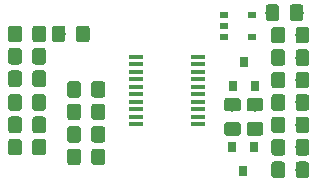
<source format=gbr>
G04 #@! TF.GenerationSoftware,KiCad,Pcbnew,(5.1.4)-1*
<<<<<<< HEAD
G04 #@! TF.CreationDate,2020-10-17T14:20:40+02:00*
=======
G04 #@! TF.CreationDate,2020-10-04T16:00:56+02:00*
>>>>>>> 4f5eff2da70f33c6a3496d7f09484d0b736aad29
G04 #@! TF.ProjectId,Long range deauther,4c6f6e67-2072-4616-9e67-652064656175,rev?*
G04 #@! TF.SameCoordinates,Original*
G04 #@! TF.FileFunction,Paste,Bot*
G04 #@! TF.FilePolarity,Positive*
%FSLAX46Y46*%
G04 Gerber Fmt 4.6, Leading zero omitted, Abs format (unit mm)*
<<<<<<< HEAD
G04 Created by KiCad (PCBNEW (5.1.4)-1) date 2020-10-17 14:20:40*
=======
G04 Created by KiCad (PCBNEW (5.1.4)-1) date 2020-10-04 16:00:56*
>>>>>>> 4f5eff2da70f33c6a3496d7f09484d0b736aad29
%MOMM*%
%LPD*%
G04 APERTURE LIST*
%ADD10R,0.800000X0.550000*%
%ADD11C,0.100000*%
%ADD12C,1.150000*%
%ADD13R,0.800000X0.900000*%
%ADD14R,1.200000X0.400000*%
G04 APERTURE END LIST*
D10*
X153240000Y-78470000D03*
X150840000Y-78470000D03*
X150840000Y-77520000D03*
X150840000Y-76570000D03*
X153240000Y-76570000D03*
D11*
G36*
X138494505Y-87911204D02*
G01*
X138518773Y-87914804D01*
X138542572Y-87920765D01*
X138565671Y-87929030D01*
X138587850Y-87939520D01*
X138608893Y-87952132D01*
X138628599Y-87966747D01*
X138646777Y-87983223D01*
X138663253Y-88001401D01*
X138677868Y-88021107D01*
X138690480Y-88042150D01*
X138700970Y-88064329D01*
X138709235Y-88087428D01*
X138715196Y-88111227D01*
X138718796Y-88135495D01*
X138720000Y-88159999D01*
X138720000Y-89060001D01*
X138718796Y-89084505D01*
X138715196Y-89108773D01*
X138709235Y-89132572D01*
X138700970Y-89155671D01*
X138690480Y-89177850D01*
X138677868Y-89198893D01*
X138663253Y-89218599D01*
X138646777Y-89236777D01*
X138628599Y-89253253D01*
X138608893Y-89267868D01*
X138587850Y-89280480D01*
X138565671Y-89290970D01*
X138542572Y-89299235D01*
X138518773Y-89305196D01*
X138494505Y-89308796D01*
X138470001Y-89310000D01*
X137819999Y-89310000D01*
X137795495Y-89308796D01*
X137771227Y-89305196D01*
X137747428Y-89299235D01*
X137724329Y-89290970D01*
X137702150Y-89280480D01*
X137681107Y-89267868D01*
X137661401Y-89253253D01*
X137643223Y-89236777D01*
X137626747Y-89218599D01*
X137612132Y-89198893D01*
X137599520Y-89177850D01*
X137589030Y-89155671D01*
X137580765Y-89132572D01*
X137574804Y-89108773D01*
X137571204Y-89084505D01*
X137570000Y-89060001D01*
X137570000Y-88159999D01*
X137571204Y-88135495D01*
X137574804Y-88111227D01*
X137580765Y-88087428D01*
X137589030Y-88064329D01*
X137599520Y-88042150D01*
X137612132Y-88021107D01*
X137626747Y-88001401D01*
X137643223Y-87983223D01*
X137661401Y-87966747D01*
X137681107Y-87952132D01*
X137702150Y-87939520D01*
X137724329Y-87929030D01*
X137747428Y-87920765D01*
X137771227Y-87914804D01*
X137795495Y-87911204D01*
X137819999Y-87910000D01*
X138470001Y-87910000D01*
X138494505Y-87911204D01*
X138494505Y-87911204D01*
G37*
D12*
X138145000Y-88610000D03*
D11*
G36*
X140544505Y-87911204D02*
G01*
X140568773Y-87914804D01*
X140592572Y-87920765D01*
X140615671Y-87929030D01*
X140637850Y-87939520D01*
X140658893Y-87952132D01*
X140678599Y-87966747D01*
X140696777Y-87983223D01*
X140713253Y-88001401D01*
X140727868Y-88021107D01*
X140740480Y-88042150D01*
X140750970Y-88064329D01*
X140759235Y-88087428D01*
X140765196Y-88111227D01*
X140768796Y-88135495D01*
X140770000Y-88159999D01*
X140770000Y-89060001D01*
X140768796Y-89084505D01*
X140765196Y-89108773D01*
X140759235Y-89132572D01*
X140750970Y-89155671D01*
X140740480Y-89177850D01*
X140727868Y-89198893D01*
X140713253Y-89218599D01*
X140696777Y-89236777D01*
X140678599Y-89253253D01*
X140658893Y-89267868D01*
X140637850Y-89280480D01*
X140615671Y-89290970D01*
X140592572Y-89299235D01*
X140568773Y-89305196D01*
X140544505Y-89308796D01*
X140520001Y-89310000D01*
X139869999Y-89310000D01*
X139845495Y-89308796D01*
X139821227Y-89305196D01*
X139797428Y-89299235D01*
X139774329Y-89290970D01*
X139752150Y-89280480D01*
X139731107Y-89267868D01*
X139711401Y-89253253D01*
X139693223Y-89236777D01*
X139676747Y-89218599D01*
X139662132Y-89198893D01*
X139649520Y-89177850D01*
X139639030Y-89155671D01*
X139630765Y-89132572D01*
X139624804Y-89108773D01*
X139621204Y-89084505D01*
X139620000Y-89060001D01*
X139620000Y-88159999D01*
X139621204Y-88135495D01*
X139624804Y-88111227D01*
X139630765Y-88087428D01*
X139639030Y-88064329D01*
X139649520Y-88042150D01*
X139662132Y-88021107D01*
X139676747Y-88001401D01*
X139693223Y-87983223D01*
X139711401Y-87966747D01*
X139731107Y-87952132D01*
X139752150Y-87939520D01*
X139774329Y-87929030D01*
X139797428Y-87920765D01*
X139821227Y-87914804D01*
X139845495Y-87911204D01*
X139869999Y-87910000D01*
X140520001Y-87910000D01*
X140544505Y-87911204D01*
X140544505Y-87911204D01*
G37*
D12*
X140195000Y-88610000D03*
D11*
G36*
X133494505Y-85201204D02*
G01*
X133518773Y-85204804D01*
X133542572Y-85210765D01*
X133565671Y-85219030D01*
X133587850Y-85229520D01*
X133608893Y-85242132D01*
X133628599Y-85256747D01*
X133646777Y-85273223D01*
X133663253Y-85291401D01*
X133677868Y-85311107D01*
X133690480Y-85332150D01*
X133700970Y-85354329D01*
X133709235Y-85377428D01*
X133715196Y-85401227D01*
X133718796Y-85425495D01*
X133720000Y-85449999D01*
X133720000Y-86350001D01*
X133718796Y-86374505D01*
X133715196Y-86398773D01*
X133709235Y-86422572D01*
X133700970Y-86445671D01*
X133690480Y-86467850D01*
X133677868Y-86488893D01*
X133663253Y-86508599D01*
X133646777Y-86526777D01*
X133628599Y-86543253D01*
X133608893Y-86557868D01*
X133587850Y-86570480D01*
X133565671Y-86580970D01*
X133542572Y-86589235D01*
X133518773Y-86595196D01*
X133494505Y-86598796D01*
X133470001Y-86600000D01*
X132819999Y-86600000D01*
X132795495Y-86598796D01*
X132771227Y-86595196D01*
X132747428Y-86589235D01*
X132724329Y-86580970D01*
X132702150Y-86570480D01*
X132681107Y-86557868D01*
X132661401Y-86543253D01*
X132643223Y-86526777D01*
X132626747Y-86508599D01*
X132612132Y-86488893D01*
X132599520Y-86467850D01*
X132589030Y-86445671D01*
X132580765Y-86422572D01*
X132574804Y-86398773D01*
X132571204Y-86374505D01*
X132570000Y-86350001D01*
X132570000Y-85449999D01*
X132571204Y-85425495D01*
X132574804Y-85401227D01*
X132580765Y-85377428D01*
X132589030Y-85354329D01*
X132599520Y-85332150D01*
X132612132Y-85311107D01*
X132626747Y-85291401D01*
X132643223Y-85273223D01*
X132661401Y-85256747D01*
X132681107Y-85242132D01*
X132702150Y-85229520D01*
X132724329Y-85219030D01*
X132747428Y-85210765D01*
X132771227Y-85204804D01*
X132795495Y-85201204D01*
X132819999Y-85200000D01*
X133470001Y-85200000D01*
X133494505Y-85201204D01*
X133494505Y-85201204D01*
G37*
D12*
X133145000Y-85900000D03*
D11*
G36*
X135544505Y-85201204D02*
G01*
X135568773Y-85204804D01*
X135592572Y-85210765D01*
X135615671Y-85219030D01*
X135637850Y-85229520D01*
X135658893Y-85242132D01*
X135678599Y-85256747D01*
X135696777Y-85273223D01*
X135713253Y-85291401D01*
X135727868Y-85311107D01*
X135740480Y-85332150D01*
X135750970Y-85354329D01*
X135759235Y-85377428D01*
X135765196Y-85401227D01*
X135768796Y-85425495D01*
X135770000Y-85449999D01*
X135770000Y-86350001D01*
X135768796Y-86374505D01*
X135765196Y-86398773D01*
X135759235Y-86422572D01*
X135750970Y-86445671D01*
X135740480Y-86467850D01*
X135727868Y-86488893D01*
X135713253Y-86508599D01*
X135696777Y-86526777D01*
X135678599Y-86543253D01*
X135658893Y-86557868D01*
X135637850Y-86570480D01*
X135615671Y-86580970D01*
X135592572Y-86589235D01*
X135568773Y-86595196D01*
X135544505Y-86598796D01*
X135520001Y-86600000D01*
X134869999Y-86600000D01*
X134845495Y-86598796D01*
X134821227Y-86595196D01*
X134797428Y-86589235D01*
X134774329Y-86580970D01*
X134752150Y-86570480D01*
X134731107Y-86557868D01*
X134711401Y-86543253D01*
X134693223Y-86526777D01*
X134676747Y-86508599D01*
X134662132Y-86488893D01*
X134649520Y-86467850D01*
X134639030Y-86445671D01*
X134630765Y-86422572D01*
X134624804Y-86398773D01*
X134621204Y-86374505D01*
X134620000Y-86350001D01*
X134620000Y-85449999D01*
X134621204Y-85425495D01*
X134624804Y-85401227D01*
X134630765Y-85377428D01*
X134639030Y-85354329D01*
X134649520Y-85332150D01*
X134662132Y-85311107D01*
X134676747Y-85291401D01*
X134693223Y-85273223D01*
X134711401Y-85256747D01*
X134731107Y-85242132D01*
X134752150Y-85229520D01*
X134774329Y-85219030D01*
X134797428Y-85210765D01*
X134821227Y-85204804D01*
X134845495Y-85201204D01*
X134869999Y-85200000D01*
X135520001Y-85200000D01*
X135544505Y-85201204D01*
X135544505Y-85201204D01*
G37*
D12*
X135195000Y-85900000D03*
D11*
G36*
X133494505Y-79401204D02*
G01*
X133518773Y-79404804D01*
X133542572Y-79410765D01*
X133565671Y-79419030D01*
X133587850Y-79429520D01*
X133608893Y-79442132D01*
X133628599Y-79456747D01*
X133646777Y-79473223D01*
X133663253Y-79491401D01*
X133677868Y-79511107D01*
X133690480Y-79532150D01*
X133700970Y-79554329D01*
X133709235Y-79577428D01*
X133715196Y-79601227D01*
X133718796Y-79625495D01*
X133720000Y-79649999D01*
X133720000Y-80550001D01*
X133718796Y-80574505D01*
X133715196Y-80598773D01*
X133709235Y-80622572D01*
X133700970Y-80645671D01*
X133690480Y-80667850D01*
X133677868Y-80688893D01*
X133663253Y-80708599D01*
X133646777Y-80726777D01*
X133628599Y-80743253D01*
X133608893Y-80757868D01*
X133587850Y-80770480D01*
X133565671Y-80780970D01*
X133542572Y-80789235D01*
X133518773Y-80795196D01*
X133494505Y-80798796D01*
X133470001Y-80800000D01*
X132819999Y-80800000D01*
X132795495Y-80798796D01*
X132771227Y-80795196D01*
X132747428Y-80789235D01*
X132724329Y-80780970D01*
X132702150Y-80770480D01*
X132681107Y-80757868D01*
X132661401Y-80743253D01*
X132643223Y-80726777D01*
X132626747Y-80708599D01*
X132612132Y-80688893D01*
X132599520Y-80667850D01*
X132589030Y-80645671D01*
X132580765Y-80622572D01*
X132574804Y-80598773D01*
X132571204Y-80574505D01*
X132570000Y-80550001D01*
X132570000Y-79649999D01*
X132571204Y-79625495D01*
X132574804Y-79601227D01*
X132580765Y-79577428D01*
X132589030Y-79554329D01*
X132599520Y-79532150D01*
X132612132Y-79511107D01*
X132626747Y-79491401D01*
X132643223Y-79473223D01*
X132661401Y-79456747D01*
X132681107Y-79442132D01*
X132702150Y-79429520D01*
X132724329Y-79419030D01*
X132747428Y-79410765D01*
X132771227Y-79404804D01*
X132795495Y-79401204D01*
X132819999Y-79400000D01*
X133470001Y-79400000D01*
X133494505Y-79401204D01*
X133494505Y-79401204D01*
G37*
D12*
X133145000Y-80100000D03*
D11*
G36*
X135544505Y-79401204D02*
G01*
X135568773Y-79404804D01*
X135592572Y-79410765D01*
X135615671Y-79419030D01*
X135637850Y-79429520D01*
X135658893Y-79442132D01*
X135678599Y-79456747D01*
X135696777Y-79473223D01*
X135713253Y-79491401D01*
X135727868Y-79511107D01*
X135740480Y-79532150D01*
X135750970Y-79554329D01*
X135759235Y-79577428D01*
X135765196Y-79601227D01*
X135768796Y-79625495D01*
X135770000Y-79649999D01*
X135770000Y-80550001D01*
X135768796Y-80574505D01*
X135765196Y-80598773D01*
X135759235Y-80622572D01*
X135750970Y-80645671D01*
X135740480Y-80667850D01*
X135727868Y-80688893D01*
X135713253Y-80708599D01*
X135696777Y-80726777D01*
X135678599Y-80743253D01*
X135658893Y-80757868D01*
X135637850Y-80770480D01*
X135615671Y-80780970D01*
X135592572Y-80789235D01*
X135568773Y-80795196D01*
X135544505Y-80798796D01*
X135520001Y-80800000D01*
X134869999Y-80800000D01*
X134845495Y-80798796D01*
X134821227Y-80795196D01*
X134797428Y-80789235D01*
X134774329Y-80780970D01*
X134752150Y-80770480D01*
X134731107Y-80757868D01*
X134711401Y-80743253D01*
X134693223Y-80726777D01*
X134676747Y-80708599D01*
X134662132Y-80688893D01*
X134649520Y-80667850D01*
X134639030Y-80645671D01*
X134630765Y-80622572D01*
X134624804Y-80598773D01*
X134621204Y-80574505D01*
X134620000Y-80550001D01*
X134620000Y-79649999D01*
X134621204Y-79625495D01*
X134624804Y-79601227D01*
X134630765Y-79577428D01*
X134639030Y-79554329D01*
X134649520Y-79532150D01*
X134662132Y-79511107D01*
X134676747Y-79491401D01*
X134693223Y-79473223D01*
X134711401Y-79456747D01*
X134731107Y-79442132D01*
X134752150Y-79429520D01*
X134774329Y-79419030D01*
X134797428Y-79410765D01*
X134821227Y-79404804D01*
X134845495Y-79401204D01*
X134869999Y-79400000D01*
X135520001Y-79400000D01*
X135544505Y-79401204D01*
X135544505Y-79401204D01*
G37*
D12*
X135195000Y-80100000D03*
D11*
G36*
X139244505Y-77501204D02*
G01*
X139268773Y-77504804D01*
X139292572Y-77510765D01*
X139315671Y-77519030D01*
X139337850Y-77529520D01*
X139358893Y-77542132D01*
X139378599Y-77556747D01*
X139396777Y-77573223D01*
X139413253Y-77591401D01*
X139427868Y-77611107D01*
X139440480Y-77632150D01*
X139450970Y-77654329D01*
X139459235Y-77677428D01*
X139465196Y-77701227D01*
X139468796Y-77725495D01*
X139470000Y-77749999D01*
X139470000Y-78650001D01*
X139468796Y-78674505D01*
X139465196Y-78698773D01*
X139459235Y-78722572D01*
X139450970Y-78745671D01*
X139440480Y-78767850D01*
X139427868Y-78788893D01*
X139413253Y-78808599D01*
X139396777Y-78826777D01*
X139378599Y-78843253D01*
X139358893Y-78857868D01*
X139337850Y-78870480D01*
X139315671Y-78880970D01*
X139292572Y-78889235D01*
X139268773Y-78895196D01*
X139244505Y-78898796D01*
X139220001Y-78900000D01*
X138569999Y-78900000D01*
X138545495Y-78898796D01*
X138521227Y-78895196D01*
X138497428Y-78889235D01*
X138474329Y-78880970D01*
X138452150Y-78870480D01*
X138431107Y-78857868D01*
X138411401Y-78843253D01*
X138393223Y-78826777D01*
X138376747Y-78808599D01*
X138362132Y-78788893D01*
X138349520Y-78767850D01*
X138339030Y-78745671D01*
X138330765Y-78722572D01*
X138324804Y-78698773D01*
X138321204Y-78674505D01*
X138320000Y-78650001D01*
X138320000Y-77749999D01*
X138321204Y-77725495D01*
X138324804Y-77701227D01*
X138330765Y-77677428D01*
X138339030Y-77654329D01*
X138349520Y-77632150D01*
X138362132Y-77611107D01*
X138376747Y-77591401D01*
X138393223Y-77573223D01*
X138411401Y-77556747D01*
X138431107Y-77542132D01*
X138452150Y-77529520D01*
X138474329Y-77519030D01*
X138497428Y-77510765D01*
X138521227Y-77504804D01*
X138545495Y-77501204D01*
X138569999Y-77500000D01*
X139220001Y-77500000D01*
X139244505Y-77501204D01*
X139244505Y-77501204D01*
G37*
D12*
X138895000Y-78200000D03*
D11*
G36*
X137194505Y-77501204D02*
G01*
X137218773Y-77504804D01*
X137242572Y-77510765D01*
X137265671Y-77519030D01*
X137287850Y-77529520D01*
X137308893Y-77542132D01*
X137328599Y-77556747D01*
X137346777Y-77573223D01*
X137363253Y-77591401D01*
X137377868Y-77611107D01*
X137390480Y-77632150D01*
X137400970Y-77654329D01*
X137409235Y-77677428D01*
X137415196Y-77701227D01*
X137418796Y-77725495D01*
X137420000Y-77749999D01*
X137420000Y-78650001D01*
X137418796Y-78674505D01*
X137415196Y-78698773D01*
X137409235Y-78722572D01*
X137400970Y-78745671D01*
X137390480Y-78767850D01*
X137377868Y-78788893D01*
X137363253Y-78808599D01*
X137346777Y-78826777D01*
X137328599Y-78843253D01*
X137308893Y-78857868D01*
X137287850Y-78870480D01*
X137265671Y-78880970D01*
X137242572Y-78889235D01*
X137218773Y-78895196D01*
X137194505Y-78898796D01*
X137170001Y-78900000D01*
X136519999Y-78900000D01*
X136495495Y-78898796D01*
X136471227Y-78895196D01*
X136447428Y-78889235D01*
X136424329Y-78880970D01*
X136402150Y-78870480D01*
X136381107Y-78857868D01*
X136361401Y-78843253D01*
X136343223Y-78826777D01*
X136326747Y-78808599D01*
X136312132Y-78788893D01*
X136299520Y-78767850D01*
X136289030Y-78745671D01*
X136280765Y-78722572D01*
X136274804Y-78698773D01*
X136271204Y-78674505D01*
X136270000Y-78650001D01*
X136270000Y-77749999D01*
X136271204Y-77725495D01*
X136274804Y-77701227D01*
X136280765Y-77677428D01*
X136289030Y-77654329D01*
X136299520Y-77632150D01*
X136312132Y-77611107D01*
X136326747Y-77591401D01*
X136343223Y-77573223D01*
X136361401Y-77556747D01*
X136381107Y-77542132D01*
X136402150Y-77529520D01*
X136424329Y-77519030D01*
X136447428Y-77510765D01*
X136471227Y-77504804D01*
X136495495Y-77501204D01*
X136519999Y-77500000D01*
X137170001Y-77500000D01*
X137194505Y-77501204D01*
X137194505Y-77501204D01*
G37*
D12*
X136845000Y-78200000D03*
D11*
G36*
X140544505Y-86011204D02*
G01*
X140568773Y-86014804D01*
X140592572Y-86020765D01*
X140615671Y-86029030D01*
X140637850Y-86039520D01*
X140658893Y-86052132D01*
X140678599Y-86066747D01*
X140696777Y-86083223D01*
X140713253Y-86101401D01*
X140727868Y-86121107D01*
X140740480Y-86142150D01*
X140750970Y-86164329D01*
X140759235Y-86187428D01*
X140765196Y-86211227D01*
X140768796Y-86235495D01*
X140770000Y-86259999D01*
X140770000Y-87160001D01*
X140768796Y-87184505D01*
X140765196Y-87208773D01*
X140759235Y-87232572D01*
X140750970Y-87255671D01*
X140740480Y-87277850D01*
X140727868Y-87298893D01*
X140713253Y-87318599D01*
X140696777Y-87336777D01*
X140678599Y-87353253D01*
X140658893Y-87367868D01*
X140637850Y-87380480D01*
X140615671Y-87390970D01*
X140592572Y-87399235D01*
X140568773Y-87405196D01*
X140544505Y-87408796D01*
X140520001Y-87410000D01*
X139869999Y-87410000D01*
X139845495Y-87408796D01*
X139821227Y-87405196D01*
X139797428Y-87399235D01*
X139774329Y-87390970D01*
X139752150Y-87380480D01*
X139731107Y-87367868D01*
X139711401Y-87353253D01*
X139693223Y-87336777D01*
X139676747Y-87318599D01*
X139662132Y-87298893D01*
X139649520Y-87277850D01*
X139639030Y-87255671D01*
X139630765Y-87232572D01*
X139624804Y-87208773D01*
X139621204Y-87184505D01*
X139620000Y-87160001D01*
X139620000Y-86259999D01*
X139621204Y-86235495D01*
X139624804Y-86211227D01*
X139630765Y-86187428D01*
X139639030Y-86164329D01*
X139649520Y-86142150D01*
X139662132Y-86121107D01*
X139676747Y-86101401D01*
X139693223Y-86083223D01*
X139711401Y-86066747D01*
X139731107Y-86052132D01*
X139752150Y-86039520D01*
X139774329Y-86029030D01*
X139797428Y-86020765D01*
X139821227Y-86014804D01*
X139845495Y-86011204D01*
X139869999Y-86010000D01*
X140520001Y-86010000D01*
X140544505Y-86011204D01*
X140544505Y-86011204D01*
G37*
D12*
X140195000Y-86710000D03*
D11*
G36*
X138494505Y-86011204D02*
G01*
X138518773Y-86014804D01*
X138542572Y-86020765D01*
X138565671Y-86029030D01*
X138587850Y-86039520D01*
X138608893Y-86052132D01*
X138628599Y-86066747D01*
X138646777Y-86083223D01*
X138663253Y-86101401D01*
X138677868Y-86121107D01*
X138690480Y-86142150D01*
X138700970Y-86164329D01*
X138709235Y-86187428D01*
X138715196Y-86211227D01*
X138718796Y-86235495D01*
X138720000Y-86259999D01*
X138720000Y-87160001D01*
X138718796Y-87184505D01*
X138715196Y-87208773D01*
X138709235Y-87232572D01*
X138700970Y-87255671D01*
X138690480Y-87277850D01*
X138677868Y-87298893D01*
X138663253Y-87318599D01*
X138646777Y-87336777D01*
X138628599Y-87353253D01*
X138608893Y-87367868D01*
X138587850Y-87380480D01*
X138565671Y-87390970D01*
X138542572Y-87399235D01*
X138518773Y-87405196D01*
X138494505Y-87408796D01*
X138470001Y-87410000D01*
X137819999Y-87410000D01*
X137795495Y-87408796D01*
X137771227Y-87405196D01*
X137747428Y-87399235D01*
X137724329Y-87390970D01*
X137702150Y-87380480D01*
X137681107Y-87367868D01*
X137661401Y-87353253D01*
X137643223Y-87336777D01*
X137626747Y-87318599D01*
X137612132Y-87298893D01*
X137599520Y-87277850D01*
X137589030Y-87255671D01*
X137580765Y-87232572D01*
X137574804Y-87208773D01*
X137571204Y-87184505D01*
X137570000Y-87160001D01*
X137570000Y-86259999D01*
X137571204Y-86235495D01*
X137574804Y-86211227D01*
X137580765Y-86187428D01*
X137589030Y-86164329D01*
X137599520Y-86142150D01*
X137612132Y-86121107D01*
X137626747Y-86101401D01*
X137643223Y-86083223D01*
X137661401Y-86066747D01*
X137681107Y-86052132D01*
X137702150Y-86039520D01*
X137724329Y-86029030D01*
X137747428Y-86020765D01*
X137771227Y-86014804D01*
X137795495Y-86011204D01*
X137819999Y-86010000D01*
X138470001Y-86010000D01*
X138494505Y-86011204D01*
X138494505Y-86011204D01*
G37*
D12*
X138145000Y-86710000D03*
D11*
G36*
X133494505Y-81301204D02*
G01*
X133518773Y-81304804D01*
X133542572Y-81310765D01*
X133565671Y-81319030D01*
X133587850Y-81329520D01*
X133608893Y-81342132D01*
X133628599Y-81356747D01*
X133646777Y-81373223D01*
X133663253Y-81391401D01*
X133677868Y-81411107D01*
X133690480Y-81432150D01*
X133700970Y-81454329D01*
X133709235Y-81477428D01*
X133715196Y-81501227D01*
X133718796Y-81525495D01*
X133720000Y-81549999D01*
X133720000Y-82450001D01*
X133718796Y-82474505D01*
X133715196Y-82498773D01*
X133709235Y-82522572D01*
X133700970Y-82545671D01*
X133690480Y-82567850D01*
X133677868Y-82588893D01*
X133663253Y-82608599D01*
X133646777Y-82626777D01*
X133628599Y-82643253D01*
X133608893Y-82657868D01*
X133587850Y-82670480D01*
X133565671Y-82680970D01*
X133542572Y-82689235D01*
X133518773Y-82695196D01*
X133494505Y-82698796D01*
X133470001Y-82700000D01*
X132819999Y-82700000D01*
X132795495Y-82698796D01*
X132771227Y-82695196D01*
X132747428Y-82689235D01*
X132724329Y-82680970D01*
X132702150Y-82670480D01*
X132681107Y-82657868D01*
X132661401Y-82643253D01*
X132643223Y-82626777D01*
X132626747Y-82608599D01*
X132612132Y-82588893D01*
X132599520Y-82567850D01*
X132589030Y-82545671D01*
X132580765Y-82522572D01*
X132574804Y-82498773D01*
X132571204Y-82474505D01*
X132570000Y-82450001D01*
X132570000Y-81549999D01*
X132571204Y-81525495D01*
X132574804Y-81501227D01*
X132580765Y-81477428D01*
X132589030Y-81454329D01*
X132599520Y-81432150D01*
X132612132Y-81411107D01*
X132626747Y-81391401D01*
X132643223Y-81373223D01*
X132661401Y-81356747D01*
X132681107Y-81342132D01*
X132702150Y-81329520D01*
X132724329Y-81319030D01*
X132747428Y-81310765D01*
X132771227Y-81304804D01*
X132795495Y-81301204D01*
X132819999Y-81300000D01*
X133470001Y-81300000D01*
X133494505Y-81301204D01*
X133494505Y-81301204D01*
G37*
D12*
X133145000Y-82000000D03*
D11*
G36*
X135544505Y-81301204D02*
G01*
X135568773Y-81304804D01*
X135592572Y-81310765D01*
X135615671Y-81319030D01*
X135637850Y-81329520D01*
X135658893Y-81342132D01*
X135678599Y-81356747D01*
X135696777Y-81373223D01*
X135713253Y-81391401D01*
X135727868Y-81411107D01*
X135740480Y-81432150D01*
X135750970Y-81454329D01*
X135759235Y-81477428D01*
X135765196Y-81501227D01*
X135768796Y-81525495D01*
X135770000Y-81549999D01*
X135770000Y-82450001D01*
X135768796Y-82474505D01*
X135765196Y-82498773D01*
X135759235Y-82522572D01*
X135750970Y-82545671D01*
X135740480Y-82567850D01*
X135727868Y-82588893D01*
X135713253Y-82608599D01*
X135696777Y-82626777D01*
X135678599Y-82643253D01*
X135658893Y-82657868D01*
X135637850Y-82670480D01*
X135615671Y-82680970D01*
X135592572Y-82689235D01*
X135568773Y-82695196D01*
X135544505Y-82698796D01*
X135520001Y-82700000D01*
X134869999Y-82700000D01*
X134845495Y-82698796D01*
X134821227Y-82695196D01*
X134797428Y-82689235D01*
X134774329Y-82680970D01*
X134752150Y-82670480D01*
X134731107Y-82657868D01*
X134711401Y-82643253D01*
X134693223Y-82626777D01*
X134676747Y-82608599D01*
X134662132Y-82588893D01*
X134649520Y-82567850D01*
X134639030Y-82545671D01*
X134630765Y-82522572D01*
X134624804Y-82498773D01*
X134621204Y-82474505D01*
X134620000Y-82450001D01*
X134620000Y-81549999D01*
X134621204Y-81525495D01*
X134624804Y-81501227D01*
X134630765Y-81477428D01*
X134639030Y-81454329D01*
X134649520Y-81432150D01*
X134662132Y-81411107D01*
X134676747Y-81391401D01*
X134693223Y-81373223D01*
X134711401Y-81356747D01*
X134731107Y-81342132D01*
X134752150Y-81329520D01*
X134774329Y-81319030D01*
X134797428Y-81310765D01*
X134821227Y-81304804D01*
X134845495Y-81301204D01*
X134869999Y-81300000D01*
X135520001Y-81300000D01*
X135544505Y-81301204D01*
X135544505Y-81301204D01*
G37*
D12*
X135195000Y-82000000D03*
D11*
G36*
X133494505Y-83301204D02*
G01*
X133518773Y-83304804D01*
X133542572Y-83310765D01*
X133565671Y-83319030D01*
X133587850Y-83329520D01*
X133608893Y-83342132D01*
X133628599Y-83356747D01*
X133646777Y-83373223D01*
X133663253Y-83391401D01*
X133677868Y-83411107D01*
X133690480Y-83432150D01*
X133700970Y-83454329D01*
X133709235Y-83477428D01*
X133715196Y-83501227D01*
X133718796Y-83525495D01*
X133720000Y-83549999D01*
X133720000Y-84450001D01*
X133718796Y-84474505D01*
X133715196Y-84498773D01*
X133709235Y-84522572D01*
X133700970Y-84545671D01*
X133690480Y-84567850D01*
X133677868Y-84588893D01*
X133663253Y-84608599D01*
X133646777Y-84626777D01*
X133628599Y-84643253D01*
X133608893Y-84657868D01*
X133587850Y-84670480D01*
X133565671Y-84680970D01*
X133542572Y-84689235D01*
X133518773Y-84695196D01*
X133494505Y-84698796D01*
X133470001Y-84700000D01*
X132819999Y-84700000D01*
X132795495Y-84698796D01*
X132771227Y-84695196D01*
X132747428Y-84689235D01*
X132724329Y-84680970D01*
X132702150Y-84670480D01*
X132681107Y-84657868D01*
X132661401Y-84643253D01*
X132643223Y-84626777D01*
X132626747Y-84608599D01*
X132612132Y-84588893D01*
X132599520Y-84567850D01*
X132589030Y-84545671D01*
X132580765Y-84522572D01*
X132574804Y-84498773D01*
X132571204Y-84474505D01*
X132570000Y-84450001D01*
X132570000Y-83549999D01*
X132571204Y-83525495D01*
X132574804Y-83501227D01*
X132580765Y-83477428D01*
X132589030Y-83454329D01*
X132599520Y-83432150D01*
X132612132Y-83411107D01*
X132626747Y-83391401D01*
X132643223Y-83373223D01*
X132661401Y-83356747D01*
X132681107Y-83342132D01*
X132702150Y-83329520D01*
X132724329Y-83319030D01*
X132747428Y-83310765D01*
X132771227Y-83304804D01*
X132795495Y-83301204D01*
X132819999Y-83300000D01*
X133470001Y-83300000D01*
X133494505Y-83301204D01*
X133494505Y-83301204D01*
G37*
D12*
X133145000Y-84000000D03*
D11*
G36*
X135544505Y-83301204D02*
G01*
X135568773Y-83304804D01*
X135592572Y-83310765D01*
X135615671Y-83319030D01*
X135637850Y-83329520D01*
X135658893Y-83342132D01*
X135678599Y-83356747D01*
X135696777Y-83373223D01*
X135713253Y-83391401D01*
X135727868Y-83411107D01*
X135740480Y-83432150D01*
X135750970Y-83454329D01*
X135759235Y-83477428D01*
X135765196Y-83501227D01*
X135768796Y-83525495D01*
X135770000Y-83549999D01*
X135770000Y-84450001D01*
X135768796Y-84474505D01*
X135765196Y-84498773D01*
X135759235Y-84522572D01*
X135750970Y-84545671D01*
X135740480Y-84567850D01*
X135727868Y-84588893D01*
X135713253Y-84608599D01*
X135696777Y-84626777D01*
X135678599Y-84643253D01*
X135658893Y-84657868D01*
X135637850Y-84670480D01*
X135615671Y-84680970D01*
X135592572Y-84689235D01*
X135568773Y-84695196D01*
X135544505Y-84698796D01*
X135520001Y-84700000D01*
X134869999Y-84700000D01*
X134845495Y-84698796D01*
X134821227Y-84695196D01*
X134797428Y-84689235D01*
X134774329Y-84680970D01*
X134752150Y-84670480D01*
X134731107Y-84657868D01*
X134711401Y-84643253D01*
X134693223Y-84626777D01*
X134676747Y-84608599D01*
X134662132Y-84588893D01*
X134649520Y-84567850D01*
X134639030Y-84545671D01*
X134630765Y-84522572D01*
X134624804Y-84498773D01*
X134621204Y-84474505D01*
X134620000Y-84450001D01*
X134620000Y-83549999D01*
X134621204Y-83525495D01*
X134624804Y-83501227D01*
X134630765Y-83477428D01*
X134639030Y-83454329D01*
X134649520Y-83432150D01*
X134662132Y-83411107D01*
X134676747Y-83391401D01*
X134693223Y-83373223D01*
X134711401Y-83356747D01*
X134731107Y-83342132D01*
X134752150Y-83329520D01*
X134774329Y-83319030D01*
X134797428Y-83310765D01*
X134821227Y-83304804D01*
X134845495Y-83301204D01*
X134869999Y-83300000D01*
X135520001Y-83300000D01*
X135544505Y-83301204D01*
X135544505Y-83301204D01*
G37*
D12*
X135195000Y-84000000D03*
D11*
G36*
X152034505Y-85671204D02*
G01*
X152058773Y-85674804D01*
X152082572Y-85680765D01*
X152105671Y-85689030D01*
X152127850Y-85699520D01*
X152148893Y-85712132D01*
X152168599Y-85726747D01*
X152186777Y-85743223D01*
X152203253Y-85761401D01*
X152217868Y-85781107D01*
X152230480Y-85802150D01*
X152240970Y-85824329D01*
X152249235Y-85847428D01*
X152255196Y-85871227D01*
X152258796Y-85895495D01*
X152260000Y-85919999D01*
X152260000Y-86570001D01*
X152258796Y-86594505D01*
X152255196Y-86618773D01*
X152249235Y-86642572D01*
X152240970Y-86665671D01*
X152230480Y-86687850D01*
X152217868Y-86708893D01*
X152203253Y-86728599D01*
X152186777Y-86746777D01*
X152168599Y-86763253D01*
X152148893Y-86777868D01*
X152127850Y-86790480D01*
X152105671Y-86800970D01*
X152082572Y-86809235D01*
X152058773Y-86815196D01*
X152034505Y-86818796D01*
X152010001Y-86820000D01*
X151109999Y-86820000D01*
X151085495Y-86818796D01*
X151061227Y-86815196D01*
X151037428Y-86809235D01*
X151014329Y-86800970D01*
X150992150Y-86790480D01*
X150971107Y-86777868D01*
X150951401Y-86763253D01*
X150933223Y-86746777D01*
X150916747Y-86728599D01*
X150902132Y-86708893D01*
X150889520Y-86687850D01*
X150879030Y-86665671D01*
X150870765Y-86642572D01*
X150864804Y-86618773D01*
X150861204Y-86594505D01*
X150860000Y-86570001D01*
X150860000Y-85919999D01*
X150861204Y-85895495D01*
X150864804Y-85871227D01*
X150870765Y-85847428D01*
X150879030Y-85824329D01*
X150889520Y-85802150D01*
X150902132Y-85781107D01*
X150916747Y-85761401D01*
X150933223Y-85743223D01*
X150951401Y-85726747D01*
X150971107Y-85712132D01*
X150992150Y-85699520D01*
X151014329Y-85689030D01*
X151037428Y-85680765D01*
X151061227Y-85674804D01*
X151085495Y-85671204D01*
X151109999Y-85670000D01*
X152010001Y-85670000D01*
X152034505Y-85671204D01*
X152034505Y-85671204D01*
G37*
D12*
X151560000Y-86245000D03*
D11*
G36*
X152034505Y-83621204D02*
G01*
X152058773Y-83624804D01*
X152082572Y-83630765D01*
X152105671Y-83639030D01*
X152127850Y-83649520D01*
X152148893Y-83662132D01*
X152168599Y-83676747D01*
X152186777Y-83693223D01*
X152203253Y-83711401D01*
X152217868Y-83731107D01*
X152230480Y-83752150D01*
X152240970Y-83774329D01*
X152249235Y-83797428D01*
X152255196Y-83821227D01*
X152258796Y-83845495D01*
X152260000Y-83869999D01*
X152260000Y-84520001D01*
X152258796Y-84544505D01*
X152255196Y-84568773D01*
X152249235Y-84592572D01*
X152240970Y-84615671D01*
X152230480Y-84637850D01*
X152217868Y-84658893D01*
X152203253Y-84678599D01*
X152186777Y-84696777D01*
X152168599Y-84713253D01*
X152148893Y-84727868D01*
X152127850Y-84740480D01*
X152105671Y-84750970D01*
X152082572Y-84759235D01*
X152058773Y-84765196D01*
X152034505Y-84768796D01*
X152010001Y-84770000D01*
X151109999Y-84770000D01*
X151085495Y-84768796D01*
X151061227Y-84765196D01*
X151037428Y-84759235D01*
X151014329Y-84750970D01*
X150992150Y-84740480D01*
X150971107Y-84727868D01*
X150951401Y-84713253D01*
X150933223Y-84696777D01*
X150916747Y-84678599D01*
X150902132Y-84658893D01*
X150889520Y-84637850D01*
X150879030Y-84615671D01*
X150870765Y-84592572D01*
X150864804Y-84568773D01*
X150861204Y-84544505D01*
X150860000Y-84520001D01*
X150860000Y-83869999D01*
X150861204Y-83845495D01*
X150864804Y-83821227D01*
X150870765Y-83797428D01*
X150879030Y-83774329D01*
X150889520Y-83752150D01*
X150902132Y-83731107D01*
X150916747Y-83711401D01*
X150933223Y-83693223D01*
X150951401Y-83676747D01*
X150971107Y-83662132D01*
X150992150Y-83649520D01*
X151014329Y-83639030D01*
X151037428Y-83630765D01*
X151061227Y-83624804D01*
X151085495Y-83621204D01*
X151109999Y-83620000D01*
X152010001Y-83620000D01*
X152034505Y-83621204D01*
X152034505Y-83621204D01*
G37*
D12*
X151560000Y-84195000D03*
D11*
G36*
X153934505Y-85671204D02*
G01*
X153958773Y-85674804D01*
X153982572Y-85680765D01*
X154005671Y-85689030D01*
X154027850Y-85699520D01*
X154048893Y-85712132D01*
X154068599Y-85726747D01*
X154086777Y-85743223D01*
X154103253Y-85761401D01*
X154117868Y-85781107D01*
X154130480Y-85802150D01*
X154140970Y-85824329D01*
X154149235Y-85847428D01*
X154155196Y-85871227D01*
X154158796Y-85895495D01*
X154160000Y-85919999D01*
X154160000Y-86570001D01*
X154158796Y-86594505D01*
X154155196Y-86618773D01*
X154149235Y-86642572D01*
X154140970Y-86665671D01*
X154130480Y-86687850D01*
X154117868Y-86708893D01*
X154103253Y-86728599D01*
X154086777Y-86746777D01*
X154068599Y-86763253D01*
X154048893Y-86777868D01*
X154027850Y-86790480D01*
X154005671Y-86800970D01*
X153982572Y-86809235D01*
X153958773Y-86815196D01*
X153934505Y-86818796D01*
X153910001Y-86820000D01*
X153009999Y-86820000D01*
X152985495Y-86818796D01*
X152961227Y-86815196D01*
X152937428Y-86809235D01*
X152914329Y-86800970D01*
X152892150Y-86790480D01*
X152871107Y-86777868D01*
X152851401Y-86763253D01*
X152833223Y-86746777D01*
X152816747Y-86728599D01*
X152802132Y-86708893D01*
X152789520Y-86687850D01*
X152779030Y-86665671D01*
X152770765Y-86642572D01*
X152764804Y-86618773D01*
X152761204Y-86594505D01*
X152760000Y-86570001D01*
X152760000Y-85919999D01*
X152761204Y-85895495D01*
X152764804Y-85871227D01*
X152770765Y-85847428D01*
X152779030Y-85824329D01*
X152789520Y-85802150D01*
X152802132Y-85781107D01*
X152816747Y-85761401D01*
X152833223Y-85743223D01*
X152851401Y-85726747D01*
X152871107Y-85712132D01*
X152892150Y-85699520D01*
X152914329Y-85689030D01*
X152937428Y-85680765D01*
X152961227Y-85674804D01*
X152985495Y-85671204D01*
X153009999Y-85670000D01*
X153910001Y-85670000D01*
X153934505Y-85671204D01*
X153934505Y-85671204D01*
G37*
D12*
X153460000Y-86245000D03*
D11*
G36*
X153934505Y-83621204D02*
G01*
X153958773Y-83624804D01*
X153982572Y-83630765D01*
X154005671Y-83639030D01*
X154027850Y-83649520D01*
X154048893Y-83662132D01*
X154068599Y-83676747D01*
X154086777Y-83693223D01*
X154103253Y-83711401D01*
X154117868Y-83731107D01*
X154130480Y-83752150D01*
X154140970Y-83774329D01*
X154149235Y-83797428D01*
X154155196Y-83821227D01*
X154158796Y-83845495D01*
X154160000Y-83869999D01*
X154160000Y-84520001D01*
X154158796Y-84544505D01*
X154155196Y-84568773D01*
X154149235Y-84592572D01*
X154140970Y-84615671D01*
X154130480Y-84637850D01*
X154117868Y-84658893D01*
X154103253Y-84678599D01*
X154086777Y-84696777D01*
X154068599Y-84713253D01*
X154048893Y-84727868D01*
X154027850Y-84740480D01*
X154005671Y-84750970D01*
X153982572Y-84759235D01*
X153958773Y-84765196D01*
X153934505Y-84768796D01*
X153910001Y-84770000D01*
X153009999Y-84770000D01*
X152985495Y-84768796D01*
X152961227Y-84765196D01*
X152937428Y-84759235D01*
X152914329Y-84750970D01*
X152892150Y-84740480D01*
X152871107Y-84727868D01*
X152851401Y-84713253D01*
X152833223Y-84696777D01*
X152816747Y-84678599D01*
X152802132Y-84658893D01*
X152789520Y-84637850D01*
X152779030Y-84615671D01*
X152770765Y-84592572D01*
X152764804Y-84568773D01*
X152761204Y-84544505D01*
X152760000Y-84520001D01*
X152760000Y-83869999D01*
X152761204Y-83845495D01*
X152764804Y-83821227D01*
X152770765Y-83797428D01*
X152779030Y-83774329D01*
X152789520Y-83752150D01*
X152802132Y-83731107D01*
X152816747Y-83711401D01*
X152833223Y-83693223D01*
X152851401Y-83676747D01*
X152871107Y-83662132D01*
X152892150Y-83649520D01*
X152914329Y-83639030D01*
X152937428Y-83630765D01*
X152961227Y-83624804D01*
X152985495Y-83621204D01*
X153009999Y-83620000D01*
X153910001Y-83620000D01*
X153934505Y-83621204D01*
X153934505Y-83621204D01*
G37*
D12*
X153460000Y-84195000D03*
D11*
G36*
X157834505Y-81411204D02*
G01*
X157858773Y-81414804D01*
X157882572Y-81420765D01*
X157905671Y-81429030D01*
X157927850Y-81439520D01*
X157948893Y-81452132D01*
X157968599Y-81466747D01*
X157986777Y-81483223D01*
X158003253Y-81501401D01*
X158017868Y-81521107D01*
X158030480Y-81542150D01*
X158040970Y-81564329D01*
X158049235Y-81587428D01*
X158055196Y-81611227D01*
X158058796Y-81635495D01*
X158060000Y-81659999D01*
X158060000Y-82560001D01*
X158058796Y-82584505D01*
X158055196Y-82608773D01*
X158049235Y-82632572D01*
X158040970Y-82655671D01*
X158030480Y-82677850D01*
X158017868Y-82698893D01*
X158003253Y-82718599D01*
X157986777Y-82736777D01*
X157968599Y-82753253D01*
X157948893Y-82767868D01*
X157927850Y-82780480D01*
X157905671Y-82790970D01*
X157882572Y-82799235D01*
X157858773Y-82805196D01*
X157834505Y-82808796D01*
X157810001Y-82810000D01*
X157159999Y-82810000D01*
X157135495Y-82808796D01*
X157111227Y-82805196D01*
X157087428Y-82799235D01*
X157064329Y-82790970D01*
X157042150Y-82780480D01*
X157021107Y-82767868D01*
X157001401Y-82753253D01*
X156983223Y-82736777D01*
X156966747Y-82718599D01*
X156952132Y-82698893D01*
X156939520Y-82677850D01*
X156929030Y-82655671D01*
X156920765Y-82632572D01*
X156914804Y-82608773D01*
X156911204Y-82584505D01*
X156910000Y-82560001D01*
X156910000Y-81659999D01*
X156911204Y-81635495D01*
X156914804Y-81611227D01*
X156920765Y-81587428D01*
X156929030Y-81564329D01*
X156939520Y-81542150D01*
X156952132Y-81521107D01*
X156966747Y-81501401D01*
X156983223Y-81483223D01*
X157001401Y-81466747D01*
X157021107Y-81452132D01*
X157042150Y-81439520D01*
X157064329Y-81429030D01*
X157087428Y-81420765D01*
X157111227Y-81414804D01*
X157135495Y-81411204D01*
X157159999Y-81410000D01*
X157810001Y-81410000D01*
X157834505Y-81411204D01*
X157834505Y-81411204D01*
G37*
D12*
X157485000Y-82110000D03*
D11*
G36*
X155784505Y-81411204D02*
G01*
X155808773Y-81414804D01*
X155832572Y-81420765D01*
X155855671Y-81429030D01*
X155877850Y-81439520D01*
X155898893Y-81452132D01*
X155918599Y-81466747D01*
X155936777Y-81483223D01*
X155953253Y-81501401D01*
X155967868Y-81521107D01*
X155980480Y-81542150D01*
X155990970Y-81564329D01*
X155999235Y-81587428D01*
X156005196Y-81611227D01*
X156008796Y-81635495D01*
X156010000Y-81659999D01*
X156010000Y-82560001D01*
X156008796Y-82584505D01*
X156005196Y-82608773D01*
X155999235Y-82632572D01*
X155990970Y-82655671D01*
X155980480Y-82677850D01*
X155967868Y-82698893D01*
X155953253Y-82718599D01*
X155936777Y-82736777D01*
X155918599Y-82753253D01*
X155898893Y-82767868D01*
X155877850Y-82780480D01*
X155855671Y-82790970D01*
X155832572Y-82799235D01*
X155808773Y-82805196D01*
X155784505Y-82808796D01*
X155760001Y-82810000D01*
X155109999Y-82810000D01*
X155085495Y-82808796D01*
X155061227Y-82805196D01*
X155037428Y-82799235D01*
X155014329Y-82790970D01*
X154992150Y-82780480D01*
X154971107Y-82767868D01*
X154951401Y-82753253D01*
X154933223Y-82736777D01*
X154916747Y-82718599D01*
X154902132Y-82698893D01*
X154889520Y-82677850D01*
X154879030Y-82655671D01*
X154870765Y-82632572D01*
X154864804Y-82608773D01*
X154861204Y-82584505D01*
X154860000Y-82560001D01*
X154860000Y-81659999D01*
X154861204Y-81635495D01*
X154864804Y-81611227D01*
X154870765Y-81587428D01*
X154879030Y-81564329D01*
X154889520Y-81542150D01*
X154902132Y-81521107D01*
X154916747Y-81501401D01*
X154933223Y-81483223D01*
X154951401Y-81466747D01*
X154971107Y-81452132D01*
X154992150Y-81439520D01*
X155014329Y-81429030D01*
X155037428Y-81420765D01*
X155061227Y-81414804D01*
X155085495Y-81411204D01*
X155109999Y-81410000D01*
X155760001Y-81410000D01*
X155784505Y-81411204D01*
X155784505Y-81411204D01*
G37*
D12*
X155435000Y-82110000D03*
D11*
G36*
X155784505Y-89011204D02*
G01*
X155808773Y-89014804D01*
X155832572Y-89020765D01*
X155855671Y-89029030D01*
X155877850Y-89039520D01*
X155898893Y-89052132D01*
X155918599Y-89066747D01*
X155936777Y-89083223D01*
X155953253Y-89101401D01*
X155967868Y-89121107D01*
X155980480Y-89142150D01*
X155990970Y-89164329D01*
X155999235Y-89187428D01*
X156005196Y-89211227D01*
X156008796Y-89235495D01*
X156010000Y-89259999D01*
X156010000Y-90160001D01*
X156008796Y-90184505D01*
X156005196Y-90208773D01*
X155999235Y-90232572D01*
X155990970Y-90255671D01*
X155980480Y-90277850D01*
X155967868Y-90298893D01*
X155953253Y-90318599D01*
X155936777Y-90336777D01*
X155918599Y-90353253D01*
X155898893Y-90367868D01*
X155877850Y-90380480D01*
X155855671Y-90390970D01*
X155832572Y-90399235D01*
X155808773Y-90405196D01*
X155784505Y-90408796D01*
X155760001Y-90410000D01*
X155109999Y-90410000D01*
X155085495Y-90408796D01*
X155061227Y-90405196D01*
X155037428Y-90399235D01*
X155014329Y-90390970D01*
X154992150Y-90380480D01*
X154971107Y-90367868D01*
X154951401Y-90353253D01*
X154933223Y-90336777D01*
X154916747Y-90318599D01*
X154902132Y-90298893D01*
X154889520Y-90277850D01*
X154879030Y-90255671D01*
X154870765Y-90232572D01*
X154864804Y-90208773D01*
X154861204Y-90184505D01*
X154860000Y-90160001D01*
X154860000Y-89259999D01*
X154861204Y-89235495D01*
X154864804Y-89211227D01*
X154870765Y-89187428D01*
X154879030Y-89164329D01*
X154889520Y-89142150D01*
X154902132Y-89121107D01*
X154916747Y-89101401D01*
X154933223Y-89083223D01*
X154951401Y-89066747D01*
X154971107Y-89052132D01*
X154992150Y-89039520D01*
X155014329Y-89029030D01*
X155037428Y-89020765D01*
X155061227Y-89014804D01*
X155085495Y-89011204D01*
X155109999Y-89010000D01*
X155760001Y-89010000D01*
X155784505Y-89011204D01*
X155784505Y-89011204D01*
G37*
D12*
X155435000Y-89710000D03*
D11*
G36*
X157834505Y-89011204D02*
G01*
X157858773Y-89014804D01*
X157882572Y-89020765D01*
X157905671Y-89029030D01*
X157927850Y-89039520D01*
X157948893Y-89052132D01*
X157968599Y-89066747D01*
X157986777Y-89083223D01*
X158003253Y-89101401D01*
X158017868Y-89121107D01*
X158030480Y-89142150D01*
X158040970Y-89164329D01*
X158049235Y-89187428D01*
X158055196Y-89211227D01*
X158058796Y-89235495D01*
X158060000Y-89259999D01*
X158060000Y-90160001D01*
X158058796Y-90184505D01*
X158055196Y-90208773D01*
X158049235Y-90232572D01*
X158040970Y-90255671D01*
X158030480Y-90277850D01*
X158017868Y-90298893D01*
X158003253Y-90318599D01*
X157986777Y-90336777D01*
X157968599Y-90353253D01*
X157948893Y-90367868D01*
X157927850Y-90380480D01*
X157905671Y-90390970D01*
X157882572Y-90399235D01*
X157858773Y-90405196D01*
X157834505Y-90408796D01*
X157810001Y-90410000D01*
X157159999Y-90410000D01*
X157135495Y-90408796D01*
X157111227Y-90405196D01*
X157087428Y-90399235D01*
X157064329Y-90390970D01*
X157042150Y-90380480D01*
X157021107Y-90367868D01*
X157001401Y-90353253D01*
X156983223Y-90336777D01*
X156966747Y-90318599D01*
X156952132Y-90298893D01*
X156939520Y-90277850D01*
X156929030Y-90255671D01*
X156920765Y-90232572D01*
X156914804Y-90208773D01*
X156911204Y-90184505D01*
X156910000Y-90160001D01*
X156910000Y-89259999D01*
X156911204Y-89235495D01*
X156914804Y-89211227D01*
X156920765Y-89187428D01*
X156929030Y-89164329D01*
X156939520Y-89142150D01*
X156952132Y-89121107D01*
X156966747Y-89101401D01*
X156983223Y-89083223D01*
X157001401Y-89066747D01*
X157021107Y-89052132D01*
X157042150Y-89039520D01*
X157064329Y-89029030D01*
X157087428Y-89020765D01*
X157111227Y-89014804D01*
X157135495Y-89011204D01*
X157159999Y-89010000D01*
X157810001Y-89010000D01*
X157834505Y-89011204D01*
X157834505Y-89011204D01*
G37*
D12*
X157485000Y-89710000D03*
D11*
G36*
X157834505Y-85211204D02*
G01*
X157858773Y-85214804D01*
X157882572Y-85220765D01*
X157905671Y-85229030D01*
X157927850Y-85239520D01*
X157948893Y-85252132D01*
X157968599Y-85266747D01*
X157986777Y-85283223D01*
X158003253Y-85301401D01*
X158017868Y-85321107D01*
X158030480Y-85342150D01*
X158040970Y-85364329D01*
X158049235Y-85387428D01*
X158055196Y-85411227D01*
X158058796Y-85435495D01*
X158060000Y-85459999D01*
X158060000Y-86360001D01*
X158058796Y-86384505D01*
X158055196Y-86408773D01*
X158049235Y-86432572D01*
X158040970Y-86455671D01*
X158030480Y-86477850D01*
X158017868Y-86498893D01*
X158003253Y-86518599D01*
X157986777Y-86536777D01*
X157968599Y-86553253D01*
X157948893Y-86567868D01*
X157927850Y-86580480D01*
X157905671Y-86590970D01*
X157882572Y-86599235D01*
X157858773Y-86605196D01*
X157834505Y-86608796D01*
X157810001Y-86610000D01*
X157159999Y-86610000D01*
X157135495Y-86608796D01*
X157111227Y-86605196D01*
X157087428Y-86599235D01*
X157064329Y-86590970D01*
X157042150Y-86580480D01*
X157021107Y-86567868D01*
X157001401Y-86553253D01*
X156983223Y-86536777D01*
X156966747Y-86518599D01*
X156952132Y-86498893D01*
X156939520Y-86477850D01*
X156929030Y-86455671D01*
X156920765Y-86432572D01*
X156914804Y-86408773D01*
X156911204Y-86384505D01*
X156910000Y-86360001D01*
X156910000Y-85459999D01*
X156911204Y-85435495D01*
X156914804Y-85411227D01*
X156920765Y-85387428D01*
X156929030Y-85364329D01*
X156939520Y-85342150D01*
X156952132Y-85321107D01*
X156966747Y-85301401D01*
X156983223Y-85283223D01*
X157001401Y-85266747D01*
X157021107Y-85252132D01*
X157042150Y-85239520D01*
X157064329Y-85229030D01*
X157087428Y-85220765D01*
X157111227Y-85214804D01*
X157135495Y-85211204D01*
X157159999Y-85210000D01*
X157810001Y-85210000D01*
X157834505Y-85211204D01*
X157834505Y-85211204D01*
G37*
D12*
X157485000Y-85910000D03*
D11*
G36*
X155784505Y-85211204D02*
G01*
X155808773Y-85214804D01*
X155832572Y-85220765D01*
X155855671Y-85229030D01*
X155877850Y-85239520D01*
X155898893Y-85252132D01*
X155918599Y-85266747D01*
X155936777Y-85283223D01*
X155953253Y-85301401D01*
X155967868Y-85321107D01*
X155980480Y-85342150D01*
X155990970Y-85364329D01*
X155999235Y-85387428D01*
X156005196Y-85411227D01*
X156008796Y-85435495D01*
X156010000Y-85459999D01*
X156010000Y-86360001D01*
X156008796Y-86384505D01*
X156005196Y-86408773D01*
X155999235Y-86432572D01*
X155990970Y-86455671D01*
X155980480Y-86477850D01*
X155967868Y-86498893D01*
X155953253Y-86518599D01*
X155936777Y-86536777D01*
X155918599Y-86553253D01*
X155898893Y-86567868D01*
X155877850Y-86580480D01*
X155855671Y-86590970D01*
X155832572Y-86599235D01*
X155808773Y-86605196D01*
X155784505Y-86608796D01*
X155760001Y-86610000D01*
X155109999Y-86610000D01*
X155085495Y-86608796D01*
X155061227Y-86605196D01*
X155037428Y-86599235D01*
X155014329Y-86590970D01*
X154992150Y-86580480D01*
X154971107Y-86567868D01*
X154951401Y-86553253D01*
X154933223Y-86536777D01*
X154916747Y-86518599D01*
X154902132Y-86498893D01*
X154889520Y-86477850D01*
X154879030Y-86455671D01*
X154870765Y-86432572D01*
X154864804Y-86408773D01*
X154861204Y-86384505D01*
X154860000Y-86360001D01*
X154860000Y-85459999D01*
X154861204Y-85435495D01*
X154864804Y-85411227D01*
X154870765Y-85387428D01*
X154879030Y-85364329D01*
X154889520Y-85342150D01*
X154902132Y-85321107D01*
X154916747Y-85301401D01*
X154933223Y-85283223D01*
X154951401Y-85266747D01*
X154971107Y-85252132D01*
X154992150Y-85239520D01*
X155014329Y-85229030D01*
X155037428Y-85220765D01*
X155061227Y-85214804D01*
X155085495Y-85211204D01*
X155109999Y-85210000D01*
X155760001Y-85210000D01*
X155784505Y-85211204D01*
X155784505Y-85211204D01*
G37*
D12*
X155435000Y-85910000D03*
D11*
G36*
X157834505Y-83311204D02*
G01*
X157858773Y-83314804D01*
X157882572Y-83320765D01*
X157905671Y-83329030D01*
X157927850Y-83339520D01*
X157948893Y-83352132D01*
X157968599Y-83366747D01*
X157986777Y-83383223D01*
X158003253Y-83401401D01*
X158017868Y-83421107D01*
X158030480Y-83442150D01*
X158040970Y-83464329D01*
X158049235Y-83487428D01*
X158055196Y-83511227D01*
X158058796Y-83535495D01*
X158060000Y-83559999D01*
X158060000Y-84460001D01*
X158058796Y-84484505D01*
X158055196Y-84508773D01*
X158049235Y-84532572D01*
X158040970Y-84555671D01*
X158030480Y-84577850D01*
X158017868Y-84598893D01*
X158003253Y-84618599D01*
X157986777Y-84636777D01*
X157968599Y-84653253D01*
X157948893Y-84667868D01*
X157927850Y-84680480D01*
X157905671Y-84690970D01*
X157882572Y-84699235D01*
X157858773Y-84705196D01*
X157834505Y-84708796D01*
X157810001Y-84710000D01*
X157159999Y-84710000D01*
X157135495Y-84708796D01*
X157111227Y-84705196D01*
X157087428Y-84699235D01*
X157064329Y-84690970D01*
X157042150Y-84680480D01*
X157021107Y-84667868D01*
X157001401Y-84653253D01*
X156983223Y-84636777D01*
X156966747Y-84618599D01*
X156952132Y-84598893D01*
X156939520Y-84577850D01*
X156929030Y-84555671D01*
X156920765Y-84532572D01*
X156914804Y-84508773D01*
X156911204Y-84484505D01*
X156910000Y-84460001D01*
X156910000Y-83559999D01*
X156911204Y-83535495D01*
X156914804Y-83511227D01*
X156920765Y-83487428D01*
X156929030Y-83464329D01*
X156939520Y-83442150D01*
X156952132Y-83421107D01*
X156966747Y-83401401D01*
X156983223Y-83383223D01*
X157001401Y-83366747D01*
X157021107Y-83352132D01*
X157042150Y-83339520D01*
X157064329Y-83329030D01*
X157087428Y-83320765D01*
X157111227Y-83314804D01*
X157135495Y-83311204D01*
X157159999Y-83310000D01*
X157810001Y-83310000D01*
X157834505Y-83311204D01*
X157834505Y-83311204D01*
G37*
D12*
X157485000Y-84010000D03*
D11*
G36*
X155784505Y-83311204D02*
G01*
X155808773Y-83314804D01*
X155832572Y-83320765D01*
X155855671Y-83329030D01*
X155877850Y-83339520D01*
X155898893Y-83352132D01*
X155918599Y-83366747D01*
X155936777Y-83383223D01*
X155953253Y-83401401D01*
X155967868Y-83421107D01*
X155980480Y-83442150D01*
X155990970Y-83464329D01*
X155999235Y-83487428D01*
X156005196Y-83511227D01*
X156008796Y-83535495D01*
X156010000Y-83559999D01*
X156010000Y-84460001D01*
X156008796Y-84484505D01*
X156005196Y-84508773D01*
X155999235Y-84532572D01*
X155990970Y-84555671D01*
X155980480Y-84577850D01*
X155967868Y-84598893D01*
X155953253Y-84618599D01*
X155936777Y-84636777D01*
X155918599Y-84653253D01*
X155898893Y-84667868D01*
X155877850Y-84680480D01*
X155855671Y-84690970D01*
X155832572Y-84699235D01*
X155808773Y-84705196D01*
X155784505Y-84708796D01*
X155760001Y-84710000D01*
X155109999Y-84710000D01*
X155085495Y-84708796D01*
X155061227Y-84705196D01*
X155037428Y-84699235D01*
X155014329Y-84690970D01*
X154992150Y-84680480D01*
X154971107Y-84667868D01*
X154951401Y-84653253D01*
X154933223Y-84636777D01*
X154916747Y-84618599D01*
X154902132Y-84598893D01*
X154889520Y-84577850D01*
X154879030Y-84555671D01*
X154870765Y-84532572D01*
X154864804Y-84508773D01*
X154861204Y-84484505D01*
X154860000Y-84460001D01*
X154860000Y-83559999D01*
X154861204Y-83535495D01*
X154864804Y-83511227D01*
X154870765Y-83487428D01*
X154879030Y-83464329D01*
X154889520Y-83442150D01*
X154902132Y-83421107D01*
X154916747Y-83401401D01*
X154933223Y-83383223D01*
X154951401Y-83366747D01*
X154971107Y-83352132D01*
X154992150Y-83339520D01*
X155014329Y-83329030D01*
X155037428Y-83320765D01*
X155061227Y-83314804D01*
X155085495Y-83311204D01*
X155109999Y-83310000D01*
X155760001Y-83310000D01*
X155784505Y-83311204D01*
X155784505Y-83311204D01*
G37*
D12*
X155435000Y-84010000D03*
D11*
G36*
X140544505Y-84101204D02*
G01*
X140568773Y-84104804D01*
X140592572Y-84110765D01*
X140615671Y-84119030D01*
X140637850Y-84129520D01*
X140658893Y-84142132D01*
X140678599Y-84156747D01*
X140696777Y-84173223D01*
X140713253Y-84191401D01*
X140727868Y-84211107D01*
X140740480Y-84232150D01*
X140750970Y-84254329D01*
X140759235Y-84277428D01*
X140765196Y-84301227D01*
X140768796Y-84325495D01*
X140770000Y-84349999D01*
X140770000Y-85250001D01*
X140768796Y-85274505D01*
X140765196Y-85298773D01*
X140759235Y-85322572D01*
X140750970Y-85345671D01*
X140740480Y-85367850D01*
X140727868Y-85388893D01*
X140713253Y-85408599D01*
X140696777Y-85426777D01*
X140678599Y-85443253D01*
X140658893Y-85457868D01*
X140637850Y-85470480D01*
X140615671Y-85480970D01*
X140592572Y-85489235D01*
X140568773Y-85495196D01*
X140544505Y-85498796D01*
X140520001Y-85500000D01*
X139869999Y-85500000D01*
X139845495Y-85498796D01*
X139821227Y-85495196D01*
X139797428Y-85489235D01*
X139774329Y-85480970D01*
X139752150Y-85470480D01*
X139731107Y-85457868D01*
X139711401Y-85443253D01*
X139693223Y-85426777D01*
X139676747Y-85408599D01*
X139662132Y-85388893D01*
X139649520Y-85367850D01*
X139639030Y-85345671D01*
X139630765Y-85322572D01*
X139624804Y-85298773D01*
X139621204Y-85274505D01*
X139620000Y-85250001D01*
X139620000Y-84349999D01*
X139621204Y-84325495D01*
X139624804Y-84301227D01*
X139630765Y-84277428D01*
X139639030Y-84254329D01*
X139649520Y-84232150D01*
X139662132Y-84211107D01*
X139676747Y-84191401D01*
X139693223Y-84173223D01*
X139711401Y-84156747D01*
X139731107Y-84142132D01*
X139752150Y-84129520D01*
X139774329Y-84119030D01*
X139797428Y-84110765D01*
X139821227Y-84104804D01*
X139845495Y-84101204D01*
X139869999Y-84100000D01*
X140520001Y-84100000D01*
X140544505Y-84101204D01*
X140544505Y-84101204D01*
G37*
D12*
X140195000Y-84800000D03*
D11*
G36*
X138494505Y-84101204D02*
G01*
X138518773Y-84104804D01*
X138542572Y-84110765D01*
X138565671Y-84119030D01*
X138587850Y-84129520D01*
X138608893Y-84142132D01*
X138628599Y-84156747D01*
X138646777Y-84173223D01*
X138663253Y-84191401D01*
X138677868Y-84211107D01*
X138690480Y-84232150D01*
X138700970Y-84254329D01*
X138709235Y-84277428D01*
X138715196Y-84301227D01*
X138718796Y-84325495D01*
X138720000Y-84349999D01*
X138720000Y-85250001D01*
X138718796Y-85274505D01*
X138715196Y-85298773D01*
X138709235Y-85322572D01*
X138700970Y-85345671D01*
X138690480Y-85367850D01*
X138677868Y-85388893D01*
X138663253Y-85408599D01*
X138646777Y-85426777D01*
X138628599Y-85443253D01*
X138608893Y-85457868D01*
X138587850Y-85470480D01*
X138565671Y-85480970D01*
X138542572Y-85489235D01*
X138518773Y-85495196D01*
X138494505Y-85498796D01*
X138470001Y-85500000D01*
X137819999Y-85500000D01*
X137795495Y-85498796D01*
X137771227Y-85495196D01*
X137747428Y-85489235D01*
X137724329Y-85480970D01*
X137702150Y-85470480D01*
X137681107Y-85457868D01*
X137661401Y-85443253D01*
X137643223Y-85426777D01*
X137626747Y-85408599D01*
X137612132Y-85388893D01*
X137599520Y-85367850D01*
X137589030Y-85345671D01*
X137580765Y-85322572D01*
X137574804Y-85298773D01*
X137571204Y-85274505D01*
X137570000Y-85250001D01*
X137570000Y-84349999D01*
X137571204Y-84325495D01*
X137574804Y-84301227D01*
X137580765Y-84277428D01*
X137589030Y-84254329D01*
X137599520Y-84232150D01*
X137612132Y-84211107D01*
X137626747Y-84191401D01*
X137643223Y-84173223D01*
X137661401Y-84156747D01*
X137681107Y-84142132D01*
X137702150Y-84129520D01*
X137724329Y-84119030D01*
X137747428Y-84110765D01*
X137771227Y-84104804D01*
X137795495Y-84101204D01*
X137819999Y-84100000D01*
X138470001Y-84100000D01*
X138494505Y-84101204D01*
X138494505Y-84101204D01*
G37*
D12*
X138145000Y-84800000D03*
D11*
G36*
X140544505Y-82201204D02*
G01*
X140568773Y-82204804D01*
X140592572Y-82210765D01*
X140615671Y-82219030D01*
X140637850Y-82229520D01*
X140658893Y-82242132D01*
X140678599Y-82256747D01*
X140696777Y-82273223D01*
X140713253Y-82291401D01*
X140727868Y-82311107D01*
X140740480Y-82332150D01*
X140750970Y-82354329D01*
X140759235Y-82377428D01*
X140765196Y-82401227D01*
X140768796Y-82425495D01*
X140770000Y-82449999D01*
X140770000Y-83350001D01*
X140768796Y-83374505D01*
X140765196Y-83398773D01*
X140759235Y-83422572D01*
X140750970Y-83445671D01*
X140740480Y-83467850D01*
X140727868Y-83488893D01*
X140713253Y-83508599D01*
X140696777Y-83526777D01*
X140678599Y-83543253D01*
X140658893Y-83557868D01*
X140637850Y-83570480D01*
X140615671Y-83580970D01*
X140592572Y-83589235D01*
X140568773Y-83595196D01*
X140544505Y-83598796D01*
X140520001Y-83600000D01*
X139869999Y-83600000D01*
X139845495Y-83598796D01*
X139821227Y-83595196D01*
X139797428Y-83589235D01*
X139774329Y-83580970D01*
X139752150Y-83570480D01*
X139731107Y-83557868D01*
X139711401Y-83543253D01*
X139693223Y-83526777D01*
X139676747Y-83508599D01*
X139662132Y-83488893D01*
X139649520Y-83467850D01*
X139639030Y-83445671D01*
X139630765Y-83422572D01*
X139624804Y-83398773D01*
X139621204Y-83374505D01*
X139620000Y-83350001D01*
X139620000Y-82449999D01*
X139621204Y-82425495D01*
X139624804Y-82401227D01*
X139630765Y-82377428D01*
X139639030Y-82354329D01*
X139649520Y-82332150D01*
X139662132Y-82311107D01*
X139676747Y-82291401D01*
X139693223Y-82273223D01*
X139711401Y-82256747D01*
X139731107Y-82242132D01*
X139752150Y-82229520D01*
X139774329Y-82219030D01*
X139797428Y-82210765D01*
X139821227Y-82204804D01*
X139845495Y-82201204D01*
X139869999Y-82200000D01*
X140520001Y-82200000D01*
X140544505Y-82201204D01*
X140544505Y-82201204D01*
G37*
D12*
X140195000Y-82900000D03*
D11*
G36*
X138494505Y-82201204D02*
G01*
X138518773Y-82204804D01*
X138542572Y-82210765D01*
X138565671Y-82219030D01*
X138587850Y-82229520D01*
X138608893Y-82242132D01*
X138628599Y-82256747D01*
X138646777Y-82273223D01*
X138663253Y-82291401D01*
X138677868Y-82311107D01*
X138690480Y-82332150D01*
X138700970Y-82354329D01*
X138709235Y-82377428D01*
X138715196Y-82401227D01*
X138718796Y-82425495D01*
X138720000Y-82449999D01*
X138720000Y-83350001D01*
X138718796Y-83374505D01*
X138715196Y-83398773D01*
X138709235Y-83422572D01*
X138700970Y-83445671D01*
X138690480Y-83467850D01*
X138677868Y-83488893D01*
X138663253Y-83508599D01*
X138646777Y-83526777D01*
X138628599Y-83543253D01*
X138608893Y-83557868D01*
X138587850Y-83570480D01*
X138565671Y-83580970D01*
X138542572Y-83589235D01*
X138518773Y-83595196D01*
X138494505Y-83598796D01*
X138470001Y-83600000D01*
X137819999Y-83600000D01*
X137795495Y-83598796D01*
X137771227Y-83595196D01*
X137747428Y-83589235D01*
X137724329Y-83580970D01*
X137702150Y-83570480D01*
X137681107Y-83557868D01*
X137661401Y-83543253D01*
X137643223Y-83526777D01*
X137626747Y-83508599D01*
X137612132Y-83488893D01*
X137599520Y-83467850D01*
X137589030Y-83445671D01*
X137580765Y-83422572D01*
X137574804Y-83398773D01*
X137571204Y-83374505D01*
X137570000Y-83350001D01*
X137570000Y-82449999D01*
X137571204Y-82425495D01*
X137574804Y-82401227D01*
X137580765Y-82377428D01*
X137589030Y-82354329D01*
X137599520Y-82332150D01*
X137612132Y-82311107D01*
X137626747Y-82291401D01*
X137643223Y-82273223D01*
X137661401Y-82256747D01*
X137681107Y-82242132D01*
X137702150Y-82229520D01*
X137724329Y-82219030D01*
X137747428Y-82210765D01*
X137771227Y-82204804D01*
X137795495Y-82201204D01*
X137819999Y-82200000D01*
X138470001Y-82200000D01*
X138494505Y-82201204D01*
X138494505Y-82201204D01*
G37*
D12*
X138145000Y-82900000D03*
D11*
G36*
X155784505Y-87111204D02*
G01*
X155808773Y-87114804D01*
X155832572Y-87120765D01*
X155855671Y-87129030D01*
X155877850Y-87139520D01*
X155898893Y-87152132D01*
X155918599Y-87166747D01*
X155936777Y-87183223D01*
X155953253Y-87201401D01*
X155967868Y-87221107D01*
X155980480Y-87242150D01*
X155990970Y-87264329D01*
X155999235Y-87287428D01*
X156005196Y-87311227D01*
X156008796Y-87335495D01*
X156010000Y-87359999D01*
X156010000Y-88260001D01*
X156008796Y-88284505D01*
X156005196Y-88308773D01*
X155999235Y-88332572D01*
X155990970Y-88355671D01*
X155980480Y-88377850D01*
X155967868Y-88398893D01*
X155953253Y-88418599D01*
X155936777Y-88436777D01*
X155918599Y-88453253D01*
X155898893Y-88467868D01*
X155877850Y-88480480D01*
X155855671Y-88490970D01*
X155832572Y-88499235D01*
X155808773Y-88505196D01*
X155784505Y-88508796D01*
X155760001Y-88510000D01*
X155109999Y-88510000D01*
X155085495Y-88508796D01*
X155061227Y-88505196D01*
X155037428Y-88499235D01*
X155014329Y-88490970D01*
X154992150Y-88480480D01*
X154971107Y-88467868D01*
X154951401Y-88453253D01*
X154933223Y-88436777D01*
X154916747Y-88418599D01*
X154902132Y-88398893D01*
X154889520Y-88377850D01*
X154879030Y-88355671D01*
X154870765Y-88332572D01*
X154864804Y-88308773D01*
X154861204Y-88284505D01*
X154860000Y-88260001D01*
X154860000Y-87359999D01*
X154861204Y-87335495D01*
X154864804Y-87311227D01*
X154870765Y-87287428D01*
X154879030Y-87264329D01*
X154889520Y-87242150D01*
X154902132Y-87221107D01*
X154916747Y-87201401D01*
X154933223Y-87183223D01*
X154951401Y-87166747D01*
X154971107Y-87152132D01*
X154992150Y-87139520D01*
X155014329Y-87129030D01*
X155037428Y-87120765D01*
X155061227Y-87114804D01*
X155085495Y-87111204D01*
X155109999Y-87110000D01*
X155760001Y-87110000D01*
X155784505Y-87111204D01*
X155784505Y-87111204D01*
G37*
D12*
X155435000Y-87810000D03*
D11*
G36*
X157834505Y-87111204D02*
G01*
X157858773Y-87114804D01*
X157882572Y-87120765D01*
X157905671Y-87129030D01*
X157927850Y-87139520D01*
X157948893Y-87152132D01*
X157968599Y-87166747D01*
X157986777Y-87183223D01*
X158003253Y-87201401D01*
X158017868Y-87221107D01*
X158030480Y-87242150D01*
X158040970Y-87264329D01*
X158049235Y-87287428D01*
X158055196Y-87311227D01*
X158058796Y-87335495D01*
X158060000Y-87359999D01*
X158060000Y-88260001D01*
X158058796Y-88284505D01*
X158055196Y-88308773D01*
X158049235Y-88332572D01*
X158040970Y-88355671D01*
X158030480Y-88377850D01*
X158017868Y-88398893D01*
X158003253Y-88418599D01*
X157986777Y-88436777D01*
X157968599Y-88453253D01*
X157948893Y-88467868D01*
X157927850Y-88480480D01*
X157905671Y-88490970D01*
X157882572Y-88499235D01*
X157858773Y-88505196D01*
X157834505Y-88508796D01*
X157810001Y-88510000D01*
X157159999Y-88510000D01*
X157135495Y-88508796D01*
X157111227Y-88505196D01*
X157087428Y-88499235D01*
X157064329Y-88490970D01*
X157042150Y-88480480D01*
X157021107Y-88467868D01*
X157001401Y-88453253D01*
X156983223Y-88436777D01*
X156966747Y-88418599D01*
X156952132Y-88398893D01*
X156939520Y-88377850D01*
X156929030Y-88355671D01*
X156920765Y-88332572D01*
X156914804Y-88308773D01*
X156911204Y-88284505D01*
X156910000Y-88260001D01*
X156910000Y-87359999D01*
X156911204Y-87335495D01*
X156914804Y-87311227D01*
X156920765Y-87287428D01*
X156929030Y-87264329D01*
X156939520Y-87242150D01*
X156952132Y-87221107D01*
X156966747Y-87201401D01*
X156983223Y-87183223D01*
X157001401Y-87166747D01*
X157021107Y-87152132D01*
X157042150Y-87139520D01*
X157064329Y-87129030D01*
X157087428Y-87120765D01*
X157111227Y-87114804D01*
X157135495Y-87111204D01*
X157159999Y-87110000D01*
X157810001Y-87110000D01*
X157834505Y-87111204D01*
X157834505Y-87111204D01*
G37*
D12*
X157485000Y-87810000D03*
D13*
X151510000Y-87820000D03*
X153410000Y-87820000D03*
X152460000Y-89820000D03*
X152560000Y-80620000D03*
X151610000Y-82620000D03*
X153510000Y-82620000D03*
D11*
G36*
X155284505Y-75711204D02*
G01*
X155308773Y-75714804D01*
X155332572Y-75720765D01*
X155355671Y-75729030D01*
X155377850Y-75739520D01*
X155398893Y-75752132D01*
X155418599Y-75766747D01*
X155436777Y-75783223D01*
X155453253Y-75801401D01*
X155467868Y-75821107D01*
X155480480Y-75842150D01*
X155490970Y-75864329D01*
X155499235Y-75887428D01*
X155505196Y-75911227D01*
X155508796Y-75935495D01*
X155510000Y-75959999D01*
X155510000Y-76860001D01*
X155508796Y-76884505D01*
X155505196Y-76908773D01*
X155499235Y-76932572D01*
X155490970Y-76955671D01*
X155480480Y-76977850D01*
X155467868Y-76998893D01*
X155453253Y-77018599D01*
X155436777Y-77036777D01*
X155418599Y-77053253D01*
X155398893Y-77067868D01*
X155377850Y-77080480D01*
X155355671Y-77090970D01*
X155332572Y-77099235D01*
X155308773Y-77105196D01*
X155284505Y-77108796D01*
X155260001Y-77110000D01*
X154609999Y-77110000D01*
X154585495Y-77108796D01*
X154561227Y-77105196D01*
X154537428Y-77099235D01*
X154514329Y-77090970D01*
X154492150Y-77080480D01*
X154471107Y-77067868D01*
X154451401Y-77053253D01*
X154433223Y-77036777D01*
X154416747Y-77018599D01*
X154402132Y-76998893D01*
X154389520Y-76977850D01*
X154379030Y-76955671D01*
X154370765Y-76932572D01*
X154364804Y-76908773D01*
X154361204Y-76884505D01*
X154360000Y-76860001D01*
X154360000Y-75959999D01*
X154361204Y-75935495D01*
X154364804Y-75911227D01*
X154370765Y-75887428D01*
X154379030Y-75864329D01*
X154389520Y-75842150D01*
X154402132Y-75821107D01*
X154416747Y-75801401D01*
X154433223Y-75783223D01*
X154451401Y-75766747D01*
X154471107Y-75752132D01*
X154492150Y-75739520D01*
X154514329Y-75729030D01*
X154537428Y-75720765D01*
X154561227Y-75714804D01*
X154585495Y-75711204D01*
X154609999Y-75710000D01*
X155260001Y-75710000D01*
X155284505Y-75711204D01*
X155284505Y-75711204D01*
G37*
D12*
X154935000Y-76410000D03*
D11*
G36*
X157334505Y-75711204D02*
G01*
X157358773Y-75714804D01*
X157382572Y-75720765D01*
X157405671Y-75729030D01*
X157427850Y-75739520D01*
X157448893Y-75752132D01*
X157468599Y-75766747D01*
X157486777Y-75783223D01*
X157503253Y-75801401D01*
X157517868Y-75821107D01*
X157530480Y-75842150D01*
X157540970Y-75864329D01*
X157549235Y-75887428D01*
X157555196Y-75911227D01*
X157558796Y-75935495D01*
X157560000Y-75959999D01*
X157560000Y-76860001D01*
X157558796Y-76884505D01*
X157555196Y-76908773D01*
X157549235Y-76932572D01*
X157540970Y-76955671D01*
X157530480Y-76977850D01*
X157517868Y-76998893D01*
X157503253Y-77018599D01*
X157486777Y-77036777D01*
X157468599Y-77053253D01*
X157448893Y-77067868D01*
X157427850Y-77080480D01*
X157405671Y-77090970D01*
X157382572Y-77099235D01*
X157358773Y-77105196D01*
X157334505Y-77108796D01*
X157310001Y-77110000D01*
X156659999Y-77110000D01*
X156635495Y-77108796D01*
X156611227Y-77105196D01*
X156587428Y-77099235D01*
X156564329Y-77090970D01*
X156542150Y-77080480D01*
X156521107Y-77067868D01*
X156501401Y-77053253D01*
X156483223Y-77036777D01*
X156466747Y-77018599D01*
X156452132Y-76998893D01*
X156439520Y-76977850D01*
X156429030Y-76955671D01*
X156420765Y-76932572D01*
X156414804Y-76908773D01*
X156411204Y-76884505D01*
X156410000Y-76860001D01*
X156410000Y-75959999D01*
X156411204Y-75935495D01*
X156414804Y-75911227D01*
X156420765Y-75887428D01*
X156429030Y-75864329D01*
X156439520Y-75842150D01*
X156452132Y-75821107D01*
X156466747Y-75801401D01*
X156483223Y-75783223D01*
X156501401Y-75766747D01*
X156521107Y-75752132D01*
X156542150Y-75739520D01*
X156564329Y-75729030D01*
X156587428Y-75720765D01*
X156611227Y-75714804D01*
X156635495Y-75711204D01*
X156659999Y-75710000D01*
X157310001Y-75710000D01*
X157334505Y-75711204D01*
X157334505Y-75711204D01*
G37*
D12*
X156985000Y-76410000D03*
D11*
G36*
X135544505Y-77501204D02*
G01*
X135568773Y-77504804D01*
X135592572Y-77510765D01*
X135615671Y-77519030D01*
X135637850Y-77529520D01*
X135658893Y-77542132D01*
X135678599Y-77556747D01*
X135696777Y-77573223D01*
X135713253Y-77591401D01*
X135727868Y-77611107D01*
X135740480Y-77632150D01*
X135750970Y-77654329D01*
X135759235Y-77677428D01*
X135765196Y-77701227D01*
X135768796Y-77725495D01*
X135770000Y-77749999D01*
X135770000Y-78650001D01*
X135768796Y-78674505D01*
X135765196Y-78698773D01*
X135759235Y-78722572D01*
X135750970Y-78745671D01*
X135740480Y-78767850D01*
X135727868Y-78788893D01*
X135713253Y-78808599D01*
X135696777Y-78826777D01*
X135678599Y-78843253D01*
X135658893Y-78857868D01*
X135637850Y-78870480D01*
X135615671Y-78880970D01*
X135592572Y-78889235D01*
X135568773Y-78895196D01*
X135544505Y-78898796D01*
X135520001Y-78900000D01*
X134869999Y-78900000D01*
X134845495Y-78898796D01*
X134821227Y-78895196D01*
X134797428Y-78889235D01*
X134774329Y-78880970D01*
X134752150Y-78870480D01*
X134731107Y-78857868D01*
X134711401Y-78843253D01*
X134693223Y-78826777D01*
X134676747Y-78808599D01*
X134662132Y-78788893D01*
X134649520Y-78767850D01*
X134639030Y-78745671D01*
X134630765Y-78722572D01*
X134624804Y-78698773D01*
X134621204Y-78674505D01*
X134620000Y-78650001D01*
X134620000Y-77749999D01*
X134621204Y-77725495D01*
X134624804Y-77701227D01*
X134630765Y-77677428D01*
X134639030Y-77654329D01*
X134649520Y-77632150D01*
X134662132Y-77611107D01*
X134676747Y-77591401D01*
X134693223Y-77573223D01*
X134711401Y-77556747D01*
X134731107Y-77542132D01*
X134752150Y-77529520D01*
X134774329Y-77519030D01*
X134797428Y-77510765D01*
X134821227Y-77504804D01*
X134845495Y-77501204D01*
X134869999Y-77500000D01*
X135520001Y-77500000D01*
X135544505Y-77501204D01*
X135544505Y-77501204D01*
G37*
D12*
X135195000Y-78200000D03*
D11*
G36*
X133494505Y-77501204D02*
G01*
X133518773Y-77504804D01*
X133542572Y-77510765D01*
X133565671Y-77519030D01*
X133587850Y-77529520D01*
X133608893Y-77542132D01*
X133628599Y-77556747D01*
X133646777Y-77573223D01*
X133663253Y-77591401D01*
X133677868Y-77611107D01*
X133690480Y-77632150D01*
X133700970Y-77654329D01*
X133709235Y-77677428D01*
X133715196Y-77701227D01*
X133718796Y-77725495D01*
X133720000Y-77749999D01*
X133720000Y-78650001D01*
X133718796Y-78674505D01*
X133715196Y-78698773D01*
X133709235Y-78722572D01*
X133700970Y-78745671D01*
X133690480Y-78767850D01*
X133677868Y-78788893D01*
X133663253Y-78808599D01*
X133646777Y-78826777D01*
X133628599Y-78843253D01*
X133608893Y-78857868D01*
X133587850Y-78870480D01*
X133565671Y-78880970D01*
X133542572Y-78889235D01*
X133518773Y-78895196D01*
X133494505Y-78898796D01*
X133470001Y-78900000D01*
X132819999Y-78900000D01*
X132795495Y-78898796D01*
X132771227Y-78895196D01*
X132747428Y-78889235D01*
X132724329Y-78880970D01*
X132702150Y-78870480D01*
X132681107Y-78857868D01*
X132661401Y-78843253D01*
X132643223Y-78826777D01*
X132626747Y-78808599D01*
X132612132Y-78788893D01*
X132599520Y-78767850D01*
X132589030Y-78745671D01*
X132580765Y-78722572D01*
X132574804Y-78698773D01*
X132571204Y-78674505D01*
X132570000Y-78650001D01*
X132570000Y-77749999D01*
X132571204Y-77725495D01*
X132574804Y-77701227D01*
X132580765Y-77677428D01*
X132589030Y-77654329D01*
X132599520Y-77632150D01*
X132612132Y-77611107D01*
X132626747Y-77591401D01*
X132643223Y-77573223D01*
X132661401Y-77556747D01*
X132681107Y-77542132D01*
X132702150Y-77529520D01*
X132724329Y-77519030D01*
X132747428Y-77510765D01*
X132771227Y-77504804D01*
X132795495Y-77501204D01*
X132819999Y-77500000D01*
X133470001Y-77500000D01*
X133494505Y-77501204D01*
X133494505Y-77501204D01*
G37*
D12*
X133145000Y-78200000D03*
D11*
G36*
X157824505Y-77611204D02*
G01*
X157848773Y-77614804D01*
X157872572Y-77620765D01*
X157895671Y-77629030D01*
X157917850Y-77639520D01*
X157938893Y-77652132D01*
X157958599Y-77666747D01*
X157976777Y-77683223D01*
X157993253Y-77701401D01*
X158007868Y-77721107D01*
X158020480Y-77742150D01*
X158030970Y-77764329D01*
X158039235Y-77787428D01*
X158045196Y-77811227D01*
X158048796Y-77835495D01*
X158050000Y-77859999D01*
X158050000Y-78760001D01*
X158048796Y-78784505D01*
X158045196Y-78808773D01*
X158039235Y-78832572D01*
X158030970Y-78855671D01*
X158020480Y-78877850D01*
X158007868Y-78898893D01*
X157993253Y-78918599D01*
X157976777Y-78936777D01*
X157958599Y-78953253D01*
X157938893Y-78967868D01*
X157917850Y-78980480D01*
X157895671Y-78990970D01*
X157872572Y-78999235D01*
X157848773Y-79005196D01*
X157824505Y-79008796D01*
X157800001Y-79010000D01*
X157149999Y-79010000D01*
X157125495Y-79008796D01*
X157101227Y-79005196D01*
X157077428Y-78999235D01*
X157054329Y-78990970D01*
X157032150Y-78980480D01*
X157011107Y-78967868D01*
X156991401Y-78953253D01*
X156973223Y-78936777D01*
X156956747Y-78918599D01*
X156942132Y-78898893D01*
X156929520Y-78877850D01*
X156919030Y-78855671D01*
X156910765Y-78832572D01*
X156904804Y-78808773D01*
X156901204Y-78784505D01*
X156900000Y-78760001D01*
X156900000Y-77859999D01*
X156901204Y-77835495D01*
X156904804Y-77811227D01*
X156910765Y-77787428D01*
X156919030Y-77764329D01*
X156929520Y-77742150D01*
X156942132Y-77721107D01*
X156956747Y-77701401D01*
X156973223Y-77683223D01*
X156991401Y-77666747D01*
X157011107Y-77652132D01*
X157032150Y-77639520D01*
X157054329Y-77629030D01*
X157077428Y-77620765D01*
X157101227Y-77614804D01*
X157125495Y-77611204D01*
X157149999Y-77610000D01*
X157800001Y-77610000D01*
X157824505Y-77611204D01*
X157824505Y-77611204D01*
G37*
D12*
X157475000Y-78310000D03*
D11*
G36*
X155774505Y-77611204D02*
G01*
X155798773Y-77614804D01*
X155822572Y-77620765D01*
X155845671Y-77629030D01*
X155867850Y-77639520D01*
X155888893Y-77652132D01*
X155908599Y-77666747D01*
X155926777Y-77683223D01*
X155943253Y-77701401D01*
X155957868Y-77721107D01*
X155970480Y-77742150D01*
X155980970Y-77764329D01*
X155989235Y-77787428D01*
X155995196Y-77811227D01*
X155998796Y-77835495D01*
X156000000Y-77859999D01*
X156000000Y-78760001D01*
X155998796Y-78784505D01*
X155995196Y-78808773D01*
X155989235Y-78832572D01*
X155980970Y-78855671D01*
X155970480Y-78877850D01*
X155957868Y-78898893D01*
X155943253Y-78918599D01*
X155926777Y-78936777D01*
X155908599Y-78953253D01*
X155888893Y-78967868D01*
X155867850Y-78980480D01*
X155845671Y-78990970D01*
X155822572Y-78999235D01*
X155798773Y-79005196D01*
X155774505Y-79008796D01*
X155750001Y-79010000D01*
X155099999Y-79010000D01*
X155075495Y-79008796D01*
X155051227Y-79005196D01*
X155027428Y-78999235D01*
X155004329Y-78990970D01*
X154982150Y-78980480D01*
X154961107Y-78967868D01*
X154941401Y-78953253D01*
X154923223Y-78936777D01*
X154906747Y-78918599D01*
X154892132Y-78898893D01*
X154879520Y-78877850D01*
X154869030Y-78855671D01*
X154860765Y-78832572D01*
X154854804Y-78808773D01*
X154851204Y-78784505D01*
X154850000Y-78760001D01*
X154850000Y-77859999D01*
X154851204Y-77835495D01*
X154854804Y-77811227D01*
X154860765Y-77787428D01*
X154869030Y-77764329D01*
X154879520Y-77742150D01*
X154892132Y-77721107D01*
X154906747Y-77701401D01*
X154923223Y-77683223D01*
X154941401Y-77666747D01*
X154961107Y-77652132D01*
X154982150Y-77639520D01*
X155004329Y-77629030D01*
X155027428Y-77620765D01*
X155051227Y-77614804D01*
X155075495Y-77611204D01*
X155099999Y-77610000D01*
X155750001Y-77610000D01*
X155774505Y-77611204D01*
X155774505Y-77611204D01*
G37*
D12*
X155425000Y-78310000D03*
D11*
G36*
X157824505Y-79511204D02*
G01*
X157848773Y-79514804D01*
X157872572Y-79520765D01*
X157895671Y-79529030D01*
X157917850Y-79539520D01*
X157938893Y-79552132D01*
X157958599Y-79566747D01*
X157976777Y-79583223D01*
X157993253Y-79601401D01*
X158007868Y-79621107D01*
X158020480Y-79642150D01*
X158030970Y-79664329D01*
X158039235Y-79687428D01*
X158045196Y-79711227D01*
X158048796Y-79735495D01*
X158050000Y-79759999D01*
X158050000Y-80660001D01*
X158048796Y-80684505D01*
X158045196Y-80708773D01*
X158039235Y-80732572D01*
X158030970Y-80755671D01*
X158020480Y-80777850D01*
X158007868Y-80798893D01*
X157993253Y-80818599D01*
X157976777Y-80836777D01*
X157958599Y-80853253D01*
X157938893Y-80867868D01*
X157917850Y-80880480D01*
X157895671Y-80890970D01*
X157872572Y-80899235D01*
X157848773Y-80905196D01*
X157824505Y-80908796D01*
X157800001Y-80910000D01*
X157149999Y-80910000D01*
X157125495Y-80908796D01*
X157101227Y-80905196D01*
X157077428Y-80899235D01*
X157054329Y-80890970D01*
X157032150Y-80880480D01*
X157011107Y-80867868D01*
X156991401Y-80853253D01*
X156973223Y-80836777D01*
X156956747Y-80818599D01*
X156942132Y-80798893D01*
X156929520Y-80777850D01*
X156919030Y-80755671D01*
X156910765Y-80732572D01*
X156904804Y-80708773D01*
X156901204Y-80684505D01*
X156900000Y-80660001D01*
X156900000Y-79759999D01*
X156901204Y-79735495D01*
X156904804Y-79711227D01*
X156910765Y-79687428D01*
X156919030Y-79664329D01*
X156929520Y-79642150D01*
X156942132Y-79621107D01*
X156956747Y-79601401D01*
X156973223Y-79583223D01*
X156991401Y-79566747D01*
X157011107Y-79552132D01*
X157032150Y-79539520D01*
X157054329Y-79529030D01*
X157077428Y-79520765D01*
X157101227Y-79514804D01*
X157125495Y-79511204D01*
X157149999Y-79510000D01*
X157800001Y-79510000D01*
X157824505Y-79511204D01*
X157824505Y-79511204D01*
G37*
D12*
X157475000Y-80210000D03*
D11*
G36*
X155774505Y-79511204D02*
G01*
X155798773Y-79514804D01*
X155822572Y-79520765D01*
X155845671Y-79529030D01*
X155867850Y-79539520D01*
X155888893Y-79552132D01*
X155908599Y-79566747D01*
X155926777Y-79583223D01*
X155943253Y-79601401D01*
X155957868Y-79621107D01*
X155970480Y-79642150D01*
X155980970Y-79664329D01*
X155989235Y-79687428D01*
X155995196Y-79711227D01*
X155998796Y-79735495D01*
X156000000Y-79759999D01*
X156000000Y-80660001D01*
X155998796Y-80684505D01*
X155995196Y-80708773D01*
X155989235Y-80732572D01*
X155980970Y-80755671D01*
X155970480Y-80777850D01*
X155957868Y-80798893D01*
X155943253Y-80818599D01*
X155926777Y-80836777D01*
X155908599Y-80853253D01*
X155888893Y-80867868D01*
X155867850Y-80880480D01*
X155845671Y-80890970D01*
X155822572Y-80899235D01*
X155798773Y-80905196D01*
X155774505Y-80908796D01*
X155750001Y-80910000D01*
X155099999Y-80910000D01*
X155075495Y-80908796D01*
X155051227Y-80905196D01*
X155027428Y-80899235D01*
X155004329Y-80890970D01*
X154982150Y-80880480D01*
X154961107Y-80867868D01*
X154941401Y-80853253D01*
X154923223Y-80836777D01*
X154906747Y-80818599D01*
X154892132Y-80798893D01*
X154879520Y-80777850D01*
X154869030Y-80755671D01*
X154860765Y-80732572D01*
X154854804Y-80708773D01*
X154851204Y-80684505D01*
X154850000Y-80660001D01*
X154850000Y-79759999D01*
X154851204Y-79735495D01*
X154854804Y-79711227D01*
X154860765Y-79687428D01*
X154869030Y-79664329D01*
X154879520Y-79642150D01*
X154892132Y-79621107D01*
X154906747Y-79601401D01*
X154923223Y-79583223D01*
X154941401Y-79566747D01*
X154961107Y-79552132D01*
X154982150Y-79539520D01*
X155004329Y-79529030D01*
X155027428Y-79520765D01*
X155051227Y-79514804D01*
X155075495Y-79511204D01*
X155099999Y-79510000D01*
X155750001Y-79510000D01*
X155774505Y-79511204D01*
X155774505Y-79511204D01*
G37*
D12*
X155425000Y-80210000D03*
D11*
G36*
X135544505Y-87101204D02*
G01*
X135568773Y-87104804D01*
X135592572Y-87110765D01*
X135615671Y-87119030D01*
X135637850Y-87129520D01*
X135658893Y-87142132D01*
X135678599Y-87156747D01*
X135696777Y-87173223D01*
X135713253Y-87191401D01*
X135727868Y-87211107D01*
X135740480Y-87232150D01*
X135750970Y-87254329D01*
X135759235Y-87277428D01*
X135765196Y-87301227D01*
X135768796Y-87325495D01*
X135770000Y-87349999D01*
X135770000Y-88250001D01*
X135768796Y-88274505D01*
X135765196Y-88298773D01*
X135759235Y-88322572D01*
X135750970Y-88345671D01*
X135740480Y-88367850D01*
X135727868Y-88388893D01*
X135713253Y-88408599D01*
X135696777Y-88426777D01*
X135678599Y-88443253D01*
X135658893Y-88457868D01*
X135637850Y-88470480D01*
X135615671Y-88480970D01*
X135592572Y-88489235D01*
X135568773Y-88495196D01*
X135544505Y-88498796D01*
X135520001Y-88500000D01*
X134869999Y-88500000D01*
X134845495Y-88498796D01*
X134821227Y-88495196D01*
X134797428Y-88489235D01*
X134774329Y-88480970D01*
X134752150Y-88470480D01*
X134731107Y-88457868D01*
X134711401Y-88443253D01*
X134693223Y-88426777D01*
X134676747Y-88408599D01*
X134662132Y-88388893D01*
X134649520Y-88367850D01*
X134639030Y-88345671D01*
X134630765Y-88322572D01*
X134624804Y-88298773D01*
X134621204Y-88274505D01*
X134620000Y-88250001D01*
X134620000Y-87349999D01*
X134621204Y-87325495D01*
X134624804Y-87301227D01*
X134630765Y-87277428D01*
X134639030Y-87254329D01*
X134649520Y-87232150D01*
X134662132Y-87211107D01*
X134676747Y-87191401D01*
X134693223Y-87173223D01*
X134711401Y-87156747D01*
X134731107Y-87142132D01*
X134752150Y-87129520D01*
X134774329Y-87119030D01*
X134797428Y-87110765D01*
X134821227Y-87104804D01*
X134845495Y-87101204D01*
X134869999Y-87100000D01*
X135520001Y-87100000D01*
X135544505Y-87101204D01*
X135544505Y-87101204D01*
G37*
D12*
X135195000Y-87800000D03*
D11*
G36*
X133494505Y-87101204D02*
G01*
X133518773Y-87104804D01*
X133542572Y-87110765D01*
X133565671Y-87119030D01*
X133587850Y-87129520D01*
X133608893Y-87142132D01*
X133628599Y-87156747D01*
X133646777Y-87173223D01*
X133663253Y-87191401D01*
X133677868Y-87211107D01*
X133690480Y-87232150D01*
X133700970Y-87254329D01*
X133709235Y-87277428D01*
X133715196Y-87301227D01*
X133718796Y-87325495D01*
X133720000Y-87349999D01*
X133720000Y-88250001D01*
X133718796Y-88274505D01*
X133715196Y-88298773D01*
X133709235Y-88322572D01*
X133700970Y-88345671D01*
X133690480Y-88367850D01*
X133677868Y-88388893D01*
X133663253Y-88408599D01*
X133646777Y-88426777D01*
X133628599Y-88443253D01*
X133608893Y-88457868D01*
X133587850Y-88470480D01*
X133565671Y-88480970D01*
X133542572Y-88489235D01*
X133518773Y-88495196D01*
X133494505Y-88498796D01*
X133470001Y-88500000D01*
X132819999Y-88500000D01*
X132795495Y-88498796D01*
X132771227Y-88495196D01*
X132747428Y-88489235D01*
X132724329Y-88480970D01*
X132702150Y-88470480D01*
X132681107Y-88457868D01*
X132661401Y-88443253D01*
X132643223Y-88426777D01*
X132626747Y-88408599D01*
X132612132Y-88388893D01*
X132599520Y-88367850D01*
X132589030Y-88345671D01*
X132580765Y-88322572D01*
X132574804Y-88298773D01*
X132571204Y-88274505D01*
X132570000Y-88250001D01*
X132570000Y-87349999D01*
X132571204Y-87325495D01*
X132574804Y-87301227D01*
X132580765Y-87277428D01*
X132589030Y-87254329D01*
X132599520Y-87232150D01*
X132612132Y-87211107D01*
X132626747Y-87191401D01*
X132643223Y-87173223D01*
X132661401Y-87156747D01*
X132681107Y-87142132D01*
X132702150Y-87129520D01*
X132724329Y-87119030D01*
X132747428Y-87110765D01*
X132771227Y-87104804D01*
X132795495Y-87101204D01*
X132819999Y-87100000D01*
X133470001Y-87100000D01*
X133494505Y-87101204D01*
X133494505Y-87101204D01*
G37*
D12*
X133145000Y-87800000D03*
D14*
X148630000Y-80132500D03*
X148630000Y-80767500D03*
X148630000Y-81402500D03*
X148630000Y-82037500D03*
X148630000Y-82672500D03*
X148630000Y-83307500D03*
X148630000Y-83942500D03*
X148630000Y-84577500D03*
X148630000Y-85212500D03*
X148630000Y-85847500D03*
X143430000Y-85847500D03*
X143430000Y-85212500D03*
X143430000Y-84577500D03*
X143430000Y-83942500D03*
X143430000Y-83307500D03*
X143430000Y-82672500D03*
X143430000Y-82037500D03*
X143430000Y-81402500D03*
X143430000Y-80767500D03*
X143430000Y-80132500D03*
M02*

</source>
